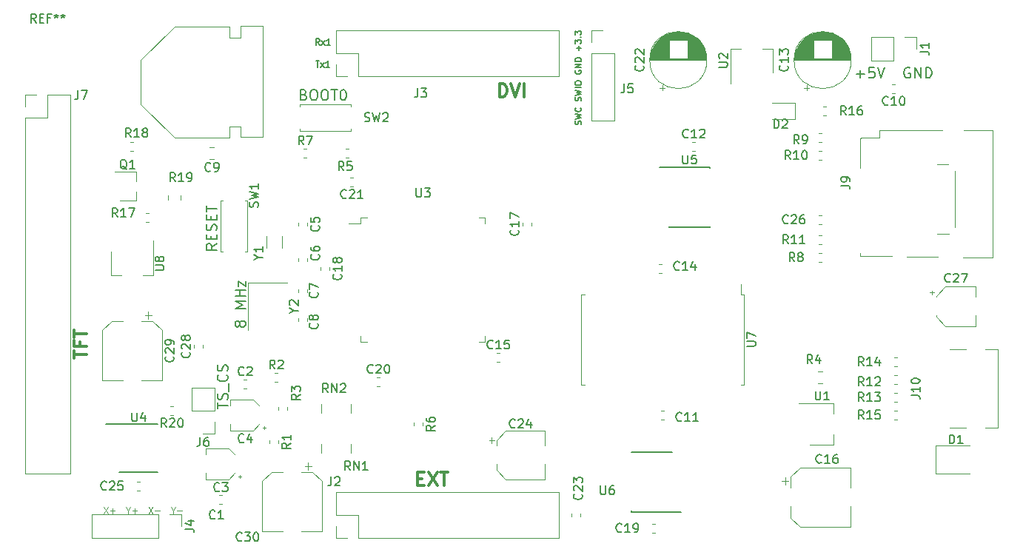
<source format=gbr>
%TF.GenerationSoftware,KiCad,Pcbnew,5.1.5-br-unknown-alt1.rc1*%
%TF.CreationDate,2025-11-25T07:27:36+07:00*%
%TF.ProjectId,ch32v307_100,63683332-7633-4303-975f-3130302e6b69,rev?*%
%TF.SameCoordinates,PX21e9a40PY1d11680*%
%TF.FileFunction,Legend,Top*%
%TF.FilePolarity,Positive*%
%FSLAX46Y46*%
G04 Gerber Fmt 4.6, Leading zero omitted, Abs format (unit mm)*
G04 Created by KiCad (PCBNEW 5.1.5-br-unknown-alt1.rc1) date 2025-11-25 07:27:36*
%MOMM*%
%LPD*%
G01*
G04 APERTURE LIST*
%ADD10C,0.150000*%
%ADD11C,0.100000*%
%ADD12C,0.200000*%
%ADD13C,0.300000*%
%ADD14C,0.120000*%
G04 APERTURE END LIST*
D10*
X34652000Y-2348666D02*
X34418666Y-2015333D01*
X34252000Y-2348666D02*
X34252000Y-1648666D01*
X34518666Y-1648666D01*
X34585333Y-1682000D01*
X34618666Y-1715333D01*
X34652000Y-1782000D01*
X34652000Y-1882000D01*
X34618666Y-1948666D01*
X34585333Y-1982000D01*
X34518666Y-2015333D01*
X34252000Y-2015333D01*
X34885333Y-2348666D02*
X35252000Y-1882000D01*
X34885333Y-1882000D02*
X35252000Y-2348666D01*
X35885333Y-2348666D02*
X35485333Y-2348666D01*
X35685333Y-2348666D02*
X35685333Y-1648666D01*
X35618666Y-1748666D01*
X35552000Y-1815333D01*
X35485333Y-1848666D01*
X34235333Y-4188666D02*
X34635333Y-4188666D01*
X34435333Y-4888666D02*
X34435333Y-4188666D01*
X34802000Y-4888666D02*
X35168666Y-4422000D01*
X34802000Y-4422000D02*
X35168666Y-4888666D01*
X35802000Y-4888666D02*
X35402000Y-4888666D01*
X35602000Y-4888666D02*
X35602000Y-4188666D01*
X35535333Y-4288666D01*
X35468666Y-4355333D01*
X35402000Y-4388666D01*
D11*
X9978000Y-55242666D02*
X10444666Y-55942666D01*
X10444666Y-55242666D02*
X9978000Y-55942666D01*
X10711333Y-55676000D02*
X11244666Y-55676000D01*
X10978000Y-55942666D02*
X10978000Y-55409333D01*
X12778000Y-55609333D02*
X12778000Y-55942666D01*
X12544666Y-55242666D02*
X12778000Y-55609333D01*
X13011333Y-55242666D01*
X13244666Y-55676000D02*
X13778000Y-55676000D01*
X13511333Y-55942666D02*
X13511333Y-55409333D01*
X15111333Y-55242666D02*
X15578000Y-55942666D01*
X15578000Y-55242666D02*
X15111333Y-55942666D01*
X15844666Y-55676000D02*
X16378000Y-55676000D01*
X17911333Y-55609333D02*
X17911333Y-55942666D01*
X17678000Y-55242666D02*
X17911333Y-55609333D01*
X18144666Y-55242666D01*
X18378000Y-55676000D02*
X18911333Y-55676000D01*
D12*
X96044285Y-5673714D02*
X96958571Y-5673714D01*
X96501428Y-6130857D02*
X96501428Y-5216571D01*
X98101428Y-4930857D02*
X97530000Y-4930857D01*
X97472857Y-5502285D01*
X97530000Y-5445142D01*
X97644285Y-5388000D01*
X97930000Y-5388000D01*
X98044285Y-5445142D01*
X98101428Y-5502285D01*
X98158571Y-5616571D01*
X98158571Y-5902285D01*
X98101428Y-6016571D01*
X98044285Y-6073714D01*
X97930000Y-6130857D01*
X97644285Y-6130857D01*
X97530000Y-6073714D01*
X97472857Y-6016571D01*
X98501428Y-4930857D02*
X98901428Y-6130857D01*
X99301428Y-4930857D01*
X102158571Y-4988000D02*
X102044285Y-4930857D01*
X101872857Y-4930857D01*
X101701428Y-4988000D01*
X101587142Y-5102285D01*
X101530000Y-5216571D01*
X101472857Y-5445142D01*
X101472857Y-5616571D01*
X101530000Y-5845142D01*
X101587142Y-5959428D01*
X101701428Y-6073714D01*
X101872857Y-6130857D01*
X101987142Y-6130857D01*
X102158571Y-6073714D01*
X102215714Y-6016571D01*
X102215714Y-5616571D01*
X101987142Y-5616571D01*
X102730000Y-6130857D02*
X102730000Y-4930857D01*
X103415714Y-6130857D01*
X103415714Y-4930857D01*
X103987142Y-6130857D02*
X103987142Y-4930857D01*
X104272857Y-4930857D01*
X104444285Y-4988000D01*
X104558571Y-5102285D01*
X104615714Y-5216571D01*
X104672857Y-5445142D01*
X104672857Y-5616571D01*
X104615714Y-5845142D01*
X104558571Y-5959428D01*
X104444285Y-6073714D01*
X104272857Y-6130857D01*
X103987142Y-6130857D01*
X22964857Y-43944857D02*
X22964857Y-43259142D01*
X24164857Y-43602000D02*
X22964857Y-43602000D01*
X24107714Y-42916285D02*
X24164857Y-42744857D01*
X24164857Y-42459142D01*
X24107714Y-42344857D01*
X24050571Y-42287714D01*
X23936285Y-42230571D01*
X23822000Y-42230571D01*
X23707714Y-42287714D01*
X23650571Y-42344857D01*
X23593428Y-42459142D01*
X23536285Y-42687714D01*
X23479142Y-42802000D01*
X23422000Y-42859142D01*
X23307714Y-42916285D01*
X23193428Y-42916285D01*
X23079142Y-42859142D01*
X23022000Y-42802000D01*
X22964857Y-42687714D01*
X22964857Y-42402000D01*
X23022000Y-42230571D01*
X24279142Y-42002000D02*
X24279142Y-41087714D01*
X24050571Y-40116285D02*
X24107714Y-40173428D01*
X24164857Y-40344857D01*
X24164857Y-40459142D01*
X24107714Y-40630571D01*
X23993428Y-40744857D01*
X23879142Y-40802000D01*
X23650571Y-40859142D01*
X23479142Y-40859142D01*
X23250571Y-40802000D01*
X23136285Y-40744857D01*
X23022000Y-40630571D01*
X22964857Y-40459142D01*
X22964857Y-40344857D01*
X23022000Y-40173428D01*
X23079142Y-40116285D01*
X24107714Y-39659142D02*
X24164857Y-39487714D01*
X24164857Y-39202000D01*
X24107714Y-39087714D01*
X24050571Y-39030571D01*
X23936285Y-38973428D01*
X23822000Y-38973428D01*
X23707714Y-39030571D01*
X23650571Y-39087714D01*
X23593428Y-39202000D01*
X23536285Y-39430571D01*
X23479142Y-39544857D01*
X23422000Y-39602000D01*
X23307714Y-39659142D01*
X23193428Y-39659142D01*
X23079142Y-39602000D01*
X23022000Y-39544857D01*
X22964857Y-39430571D01*
X22964857Y-39144857D01*
X23022000Y-38973428D01*
D13*
X6544571Y-38218857D02*
X6544571Y-37361714D01*
X8044571Y-37790285D02*
X6544571Y-37790285D01*
X7258857Y-36361714D02*
X7258857Y-36861714D01*
X8044571Y-36861714D02*
X6544571Y-36861714D01*
X6544571Y-36147428D01*
X6544571Y-35790285D02*
X6544571Y-34933142D01*
X8044571Y-35361714D02*
X6544571Y-35361714D01*
X45890857Y-51962857D02*
X46390857Y-51962857D01*
X46605142Y-52748571D02*
X45890857Y-52748571D01*
X45890857Y-51248571D01*
X46605142Y-51248571D01*
X47105142Y-51248571D02*
X48105142Y-52748571D01*
X48105142Y-51248571D02*
X47105142Y-52748571D01*
X48462285Y-51248571D02*
X49319428Y-51248571D01*
X48890857Y-52748571D02*
X48890857Y-51248571D01*
X55249142Y-8298571D02*
X55249142Y-6798571D01*
X55606285Y-6798571D01*
X55820571Y-6870000D01*
X55963428Y-7012857D01*
X56034857Y-7155714D01*
X56106285Y-7441428D01*
X56106285Y-7655714D01*
X56034857Y-7941428D01*
X55963428Y-8084285D01*
X55820571Y-8227142D01*
X55606285Y-8298571D01*
X55249142Y-8298571D01*
X56534857Y-6798571D02*
X57034857Y-8298571D01*
X57534857Y-6798571D01*
X58034857Y-8298571D02*
X58034857Y-6798571D01*
D12*
X25511142Y-34375428D02*
X25454000Y-34489714D01*
X25396857Y-34546857D01*
X25282571Y-34604000D01*
X25225428Y-34604000D01*
X25111142Y-34546857D01*
X25054000Y-34489714D01*
X24996857Y-34375428D01*
X24996857Y-34146857D01*
X25054000Y-34032571D01*
X25111142Y-33975428D01*
X25225428Y-33918285D01*
X25282571Y-33918285D01*
X25396857Y-33975428D01*
X25454000Y-34032571D01*
X25511142Y-34146857D01*
X25511142Y-34375428D01*
X25568285Y-34489714D01*
X25625428Y-34546857D01*
X25739714Y-34604000D01*
X25968285Y-34604000D01*
X26082571Y-34546857D01*
X26139714Y-34489714D01*
X26196857Y-34375428D01*
X26196857Y-34146857D01*
X26139714Y-34032571D01*
X26082571Y-33975428D01*
X25968285Y-33918285D01*
X25739714Y-33918285D01*
X25625428Y-33975428D01*
X25568285Y-34032571D01*
X25511142Y-34146857D01*
X26196857Y-32489714D02*
X24996857Y-32489714D01*
X25854000Y-32089714D01*
X24996857Y-31689714D01*
X26196857Y-31689714D01*
X26196857Y-31118285D02*
X24996857Y-31118285D01*
X25568285Y-31118285D02*
X25568285Y-30432571D01*
X26196857Y-30432571D02*
X24996857Y-30432571D01*
X25396857Y-29975428D02*
X25396857Y-29346857D01*
X26196857Y-29975428D01*
X26196857Y-29346857D01*
X32852000Y-8042285D02*
X33023428Y-8099428D01*
X33080571Y-8156571D01*
X33137714Y-8270857D01*
X33137714Y-8442285D01*
X33080571Y-8556571D01*
X33023428Y-8613714D01*
X32909142Y-8670857D01*
X32452000Y-8670857D01*
X32452000Y-7470857D01*
X32852000Y-7470857D01*
X32966285Y-7528000D01*
X33023428Y-7585142D01*
X33080571Y-7699428D01*
X33080571Y-7813714D01*
X33023428Y-7928000D01*
X32966285Y-7985142D01*
X32852000Y-8042285D01*
X32452000Y-8042285D01*
X33880571Y-7470857D02*
X34109142Y-7470857D01*
X34223428Y-7528000D01*
X34337714Y-7642285D01*
X34394857Y-7870857D01*
X34394857Y-8270857D01*
X34337714Y-8499428D01*
X34223428Y-8613714D01*
X34109142Y-8670857D01*
X33880571Y-8670857D01*
X33766285Y-8613714D01*
X33652000Y-8499428D01*
X33594857Y-8270857D01*
X33594857Y-7870857D01*
X33652000Y-7642285D01*
X33766285Y-7528000D01*
X33880571Y-7470857D01*
X35137714Y-7470857D02*
X35366285Y-7470857D01*
X35480571Y-7528000D01*
X35594857Y-7642285D01*
X35652000Y-7870857D01*
X35652000Y-8270857D01*
X35594857Y-8499428D01*
X35480571Y-8613714D01*
X35366285Y-8670857D01*
X35137714Y-8670857D01*
X35023428Y-8613714D01*
X34909142Y-8499428D01*
X34852000Y-8270857D01*
X34852000Y-7870857D01*
X34909142Y-7642285D01*
X35023428Y-7528000D01*
X35137714Y-7470857D01*
X35994857Y-7470857D02*
X36680571Y-7470857D01*
X36337714Y-8670857D02*
X36337714Y-7470857D01*
X37309142Y-7470857D02*
X37423428Y-7470857D01*
X37537714Y-7528000D01*
X37594857Y-7585142D01*
X37652000Y-7699428D01*
X37709142Y-7928000D01*
X37709142Y-8213714D01*
X37652000Y-8442285D01*
X37594857Y-8556571D01*
X37537714Y-8613714D01*
X37423428Y-8670857D01*
X37309142Y-8670857D01*
X37194857Y-8613714D01*
X37137714Y-8556571D01*
X37080571Y-8442285D01*
X37023428Y-8213714D01*
X37023428Y-7928000D01*
X37080571Y-7699428D01*
X37137714Y-7585142D01*
X37194857Y-7528000D01*
X37309142Y-7470857D01*
X22894857Y-25110857D02*
X22323428Y-25510857D01*
X22894857Y-25796571D02*
X21694857Y-25796571D01*
X21694857Y-25339428D01*
X21752000Y-25225142D01*
X21809142Y-25168000D01*
X21923428Y-25110857D01*
X22094857Y-25110857D01*
X22209142Y-25168000D01*
X22266285Y-25225142D01*
X22323428Y-25339428D01*
X22323428Y-25796571D01*
X22266285Y-24596571D02*
X22266285Y-24196571D01*
X22894857Y-24025142D02*
X22894857Y-24596571D01*
X21694857Y-24596571D01*
X21694857Y-24025142D01*
X22837714Y-23568000D02*
X22894857Y-23396571D01*
X22894857Y-23110857D01*
X22837714Y-22996571D01*
X22780571Y-22939428D01*
X22666285Y-22882285D01*
X22552000Y-22882285D01*
X22437714Y-22939428D01*
X22380571Y-22996571D01*
X22323428Y-23110857D01*
X22266285Y-23339428D01*
X22209142Y-23453714D01*
X22152000Y-23510857D01*
X22037714Y-23568000D01*
X21923428Y-23568000D01*
X21809142Y-23510857D01*
X21752000Y-23453714D01*
X21694857Y-23339428D01*
X21694857Y-23053714D01*
X21752000Y-22882285D01*
X22266285Y-22368000D02*
X22266285Y-21968000D01*
X22894857Y-21796571D02*
X22894857Y-22368000D01*
X21694857Y-22368000D01*
X21694857Y-21796571D01*
X21694857Y-21453714D02*
X21694857Y-20768000D01*
X22894857Y-21110857D02*
X21694857Y-21110857D01*
D10*
X64545333Y-11446000D02*
X64578666Y-11346000D01*
X64578666Y-11179333D01*
X64545333Y-11112666D01*
X64512000Y-11079333D01*
X64445333Y-11046000D01*
X64378666Y-11046000D01*
X64312000Y-11079333D01*
X64278666Y-11112666D01*
X64245333Y-11179333D01*
X64212000Y-11312666D01*
X64178666Y-11379333D01*
X64145333Y-11412666D01*
X64078666Y-11446000D01*
X64012000Y-11446000D01*
X63945333Y-11412666D01*
X63912000Y-11379333D01*
X63878666Y-11312666D01*
X63878666Y-11146000D01*
X63912000Y-11046000D01*
X63878666Y-10812666D02*
X64578666Y-10646000D01*
X64078666Y-10512666D01*
X64578666Y-10379333D01*
X63878666Y-10212666D01*
X64512000Y-9546000D02*
X64545333Y-9579333D01*
X64578666Y-9679333D01*
X64578666Y-9746000D01*
X64545333Y-9846000D01*
X64478666Y-9912666D01*
X64412000Y-9946000D01*
X64278666Y-9979333D01*
X64178666Y-9979333D01*
X64045333Y-9946000D01*
X63978666Y-9912666D01*
X63912000Y-9846000D01*
X63878666Y-9746000D01*
X63878666Y-9679333D01*
X63912000Y-9579333D01*
X63945333Y-9546000D01*
X64545333Y-8746000D02*
X64578666Y-8646000D01*
X64578666Y-8479333D01*
X64545333Y-8412666D01*
X64512000Y-8379333D01*
X64445333Y-8346000D01*
X64378666Y-8346000D01*
X64312000Y-8379333D01*
X64278666Y-8412666D01*
X64245333Y-8479333D01*
X64212000Y-8612666D01*
X64178666Y-8679333D01*
X64145333Y-8712666D01*
X64078666Y-8746000D01*
X64012000Y-8746000D01*
X63945333Y-8712666D01*
X63912000Y-8679333D01*
X63878666Y-8612666D01*
X63878666Y-8446000D01*
X63912000Y-8346000D01*
X63878666Y-8112666D02*
X64578666Y-7946000D01*
X64078666Y-7812666D01*
X64578666Y-7679333D01*
X63878666Y-7512666D01*
X64578666Y-7246000D02*
X63878666Y-7246000D01*
X63878666Y-6779333D02*
X63878666Y-6646000D01*
X63912000Y-6579333D01*
X63978666Y-6512666D01*
X64112000Y-6479333D01*
X64345333Y-6479333D01*
X64478666Y-6512666D01*
X64545333Y-6579333D01*
X64578666Y-6646000D01*
X64578666Y-6779333D01*
X64545333Y-6846000D01*
X64478666Y-6912666D01*
X64345333Y-6946000D01*
X64112000Y-6946000D01*
X63978666Y-6912666D01*
X63912000Y-6846000D01*
X63878666Y-6779333D01*
X63912000Y-5279333D02*
X63878666Y-5346000D01*
X63878666Y-5446000D01*
X63912000Y-5546000D01*
X63978666Y-5612666D01*
X64045333Y-5646000D01*
X64178666Y-5679333D01*
X64278666Y-5679333D01*
X64412000Y-5646000D01*
X64478666Y-5612666D01*
X64545333Y-5546000D01*
X64578666Y-5446000D01*
X64578666Y-5379333D01*
X64545333Y-5279333D01*
X64512000Y-5246000D01*
X64278666Y-5246000D01*
X64278666Y-5379333D01*
X64578666Y-4946000D02*
X63878666Y-4946000D01*
X64578666Y-4546000D01*
X63878666Y-4546000D01*
X64578666Y-4212666D02*
X63878666Y-4212666D01*
X63878666Y-4046000D01*
X63912000Y-3946000D01*
X63978666Y-3879333D01*
X64045333Y-3846000D01*
X64178666Y-3812666D01*
X64278666Y-3812666D01*
X64412000Y-3846000D01*
X64478666Y-3879333D01*
X64545333Y-3946000D01*
X64578666Y-4046000D01*
X64578666Y-4212666D01*
X64312000Y-2979333D02*
X64312000Y-2446000D01*
X64578666Y-2712666D02*
X64045333Y-2712666D01*
X63878666Y-2179333D02*
X63878666Y-1746000D01*
X64145333Y-1979333D01*
X64145333Y-1879333D01*
X64178666Y-1812666D01*
X64212000Y-1779333D01*
X64278666Y-1746000D01*
X64445333Y-1746000D01*
X64512000Y-1779333D01*
X64545333Y-1812666D01*
X64578666Y-1879333D01*
X64578666Y-2079333D01*
X64545333Y-2146000D01*
X64512000Y-2179333D01*
X64512000Y-1446000D02*
X64545333Y-1412666D01*
X64578666Y-1446000D01*
X64545333Y-1479333D01*
X64512000Y-1446000D01*
X64578666Y-1446000D01*
X63878666Y-1179333D02*
X63878666Y-746000D01*
X64145333Y-979333D01*
X64145333Y-879333D01*
X64178666Y-812666D01*
X64212000Y-779333D01*
X64278666Y-746000D01*
X64445333Y-746000D01*
X64512000Y-779333D01*
X64545333Y-812666D01*
X64578666Y-879333D01*
X64578666Y-1079333D01*
X64545333Y-1146000D01*
X64512000Y-1179333D01*
D14*
%TO.C,U3*%
X52892000Y-36320000D02*
X53592000Y-36320000D01*
X53592000Y-36320000D02*
X53592000Y-35620000D01*
X40072000Y-36320000D02*
X39372000Y-36320000D01*
X39372000Y-36320000D02*
X39372000Y-35620000D01*
X52892000Y-22100000D02*
X53592000Y-22100000D01*
X53592000Y-22100000D02*
X53592000Y-22800000D01*
X40072000Y-22100000D02*
X39372000Y-22100000D01*
X39372000Y-22100000D02*
X39372000Y-22800000D01*
X39372000Y-22800000D02*
X38007000Y-22800000D01*
%TO.C,U7*%
X64599000Y-36068000D02*
X64599000Y-41258000D01*
X64599000Y-41258000D02*
X64979000Y-41258000D01*
X64599000Y-36068000D02*
X64599000Y-30878000D01*
X64599000Y-30878000D02*
X64979000Y-30878000D01*
X83229000Y-36068000D02*
X83229000Y-41258000D01*
X83229000Y-41258000D02*
X82849000Y-41258000D01*
X83229000Y-36068000D02*
X83229000Y-30878000D01*
X83229000Y-30878000D02*
X82849000Y-30878000D01*
X82849000Y-30878000D02*
X82849000Y-29718000D01*
D10*
%TO.C,U4*%
X10195000Y-45714000D02*
X16170000Y-45714000D01*
X11770000Y-51239000D02*
X16170000Y-51239000D01*
D14*
%TO.C,R2*%
X29555221Y-40896000D02*
X29880779Y-40896000D01*
X29555221Y-39876000D02*
X29880779Y-39876000D01*
%TO.C,C2*%
X25999221Y-41658000D02*
X26324779Y-41658000D01*
X25999221Y-40638000D02*
X26324779Y-40638000D01*
%TO.C,J6*%
X22666000Y-41596000D02*
X20006000Y-41596000D01*
X22666000Y-44196000D02*
X22666000Y-41596000D01*
X20006000Y-44196000D02*
X20006000Y-41596000D01*
X22666000Y-44196000D02*
X20006000Y-44196000D01*
X22666000Y-45466000D02*
X22666000Y-46796000D01*
X22666000Y-46796000D02*
X21336000Y-46796000D01*
%TO.C,C8*%
X33276000Y-33944779D02*
X33276000Y-33619221D01*
X32256000Y-33944779D02*
X32256000Y-33619221D01*
%TO.C,RN1*%
X38256000Y-49014000D02*
X38256000Y-48014000D01*
X34896000Y-49014000D02*
X34896000Y-48014000D01*
%TO.C,BT1*%
X25641300Y-11671300D02*
X25641300Y-12890500D01*
X24384000Y-11671300D02*
X25641300Y-11671300D01*
X24384000Y-12954000D02*
X24384000Y-11671300D01*
X18059400Y-12979400D02*
X24384000Y-12954000D01*
X14236700Y-9169400D02*
X18059400Y-12979400D01*
X14224000Y-4089400D02*
X14236700Y-9169400D01*
X18059400Y-241300D02*
X14224000Y-4089400D01*
X24384000Y-254000D02*
X18059400Y-241300D01*
X24384000Y-1498600D02*
X24384000Y-254000D01*
X25641300Y-1498600D02*
X24384000Y-1498600D01*
X25641300Y-215900D02*
X25641300Y-1498600D01*
X28181300Y-203200D02*
X25641300Y-215900D01*
X28181300Y-12915900D02*
X28181300Y-203200D01*
X25628600Y-12915900D02*
X28181300Y-12915900D01*
%TO.C,C1*%
X23205221Y-54866000D02*
X23530779Y-54866000D01*
X23205221Y-53846000D02*
X23530779Y-53846000D01*
%TO.C,C3*%
X21608000Y-48532000D02*
X21608000Y-49232000D01*
X21608000Y-52052000D02*
X21608000Y-51352000D01*
X24238563Y-52052000D02*
X21608000Y-52052000D01*
X24238563Y-48532000D02*
X21608000Y-48532000D01*
X24938563Y-51352000D02*
X24238563Y-52052000D01*
X24938563Y-49232000D02*
X24238563Y-48532000D01*
X25743000Y-51727000D02*
X25368000Y-51727000D01*
X25555500Y-51914500D02*
X25555500Y-51539500D01*
%TO.C,C4*%
X28349500Y-46326500D02*
X28349500Y-45951500D01*
X28537000Y-46139000D02*
X28162000Y-46139000D01*
X27732563Y-43644000D02*
X27032563Y-42944000D01*
X27732563Y-45764000D02*
X27032563Y-46464000D01*
X27032563Y-42944000D02*
X24402000Y-42944000D01*
X27032563Y-46464000D02*
X24402000Y-46464000D01*
X24402000Y-46464000D02*
X24402000Y-45764000D01*
X24402000Y-42944000D02*
X24402000Y-43644000D01*
%TO.C,C5*%
X32256000Y-22697221D02*
X32256000Y-23022779D01*
X33276000Y-22697221D02*
X33276000Y-23022779D01*
%TO.C,C6*%
X33276000Y-26761221D02*
X33276000Y-27086779D01*
X32256000Y-26761221D02*
X32256000Y-27086779D01*
%TO.C,C7*%
X32256000Y-30642779D02*
X32256000Y-30317221D01*
X33276000Y-30642779D02*
X33276000Y-30317221D01*
%TO.C,C9*%
X22610578Y-15442000D02*
X22093422Y-15442000D01*
X22610578Y-14022000D02*
X22093422Y-14022000D01*
%TO.C,C10*%
X100492779Y-6856000D02*
X100167221Y-6856000D01*
X100492779Y-7876000D02*
X100167221Y-7876000D01*
%TO.C,C11*%
X74076779Y-45214000D02*
X73751221Y-45214000D01*
X74076779Y-44194000D02*
X73751221Y-44194000D01*
%TO.C,C12*%
X77307221Y-14480000D02*
X77632779Y-14480000D01*
X77307221Y-13460000D02*
X77632779Y-13460000D01*
%TO.C,C14*%
X73497221Y-27430000D02*
X73822779Y-27430000D01*
X73497221Y-28450000D02*
X73822779Y-28450000D01*
%TO.C,C15*%
X54955221Y-37590000D02*
X55280779Y-37590000D01*
X54955221Y-38610000D02*
X55280779Y-38610000D01*
%TO.C,C17*%
X58930000Y-23022779D02*
X58930000Y-22697221D01*
X57910000Y-23022779D02*
X57910000Y-22697221D01*
%TO.C,C18*%
X35816000Y-27777221D02*
X35816000Y-28102779D01*
X34796000Y-27777221D02*
X34796000Y-28102779D01*
%TO.C,C19*%
X73060779Y-57148000D02*
X72735221Y-57148000D01*
X73060779Y-58168000D02*
X72735221Y-58168000D01*
%TO.C,C20*%
X41239221Y-40384000D02*
X41564779Y-40384000D01*
X41239221Y-41404000D02*
X41564779Y-41404000D01*
%TO.C,C21*%
X38516779Y-18544000D02*
X38191221Y-18544000D01*
X38516779Y-17524000D02*
X38191221Y-17524000D01*
%TO.C,C22*%
X73538000Y-7269241D02*
X74168000Y-7269241D01*
X73853000Y-7584241D02*
X73853000Y-6954241D01*
X75290000Y-843000D02*
X76094000Y-843000D01*
X75059000Y-883000D02*
X76325000Y-883000D01*
X74890000Y-923000D02*
X76494000Y-923000D01*
X74752000Y-963000D02*
X76632000Y-963000D01*
X74633000Y-1003000D02*
X76751000Y-1003000D01*
X74527000Y-1043000D02*
X76857000Y-1043000D01*
X74430000Y-1083000D02*
X76954000Y-1083000D01*
X74342000Y-1123000D02*
X77042000Y-1123000D01*
X74260000Y-1163000D02*
X77124000Y-1163000D01*
X74183000Y-1203000D02*
X77201000Y-1203000D01*
X74111000Y-1243000D02*
X77273000Y-1243000D01*
X74042000Y-1283000D02*
X77342000Y-1283000D01*
X73978000Y-1323000D02*
X77406000Y-1323000D01*
X73916000Y-1363000D02*
X77468000Y-1363000D01*
X73858000Y-1403000D02*
X77526000Y-1403000D01*
X73802000Y-1443000D02*
X77582000Y-1443000D01*
X73748000Y-1483000D02*
X77636000Y-1483000D01*
X73697000Y-1523000D02*
X77687000Y-1523000D01*
X73648000Y-1563000D02*
X77736000Y-1563000D01*
X73600000Y-1603000D02*
X77784000Y-1603000D01*
X73555000Y-1643000D02*
X77829000Y-1643000D01*
X73510000Y-1683000D02*
X77874000Y-1683000D01*
X73468000Y-1723000D02*
X77916000Y-1723000D01*
X73427000Y-1763000D02*
X77957000Y-1763000D01*
X76732000Y-1803000D02*
X77997000Y-1803000D01*
X73387000Y-1803000D02*
X74652000Y-1803000D01*
X76732000Y-1843000D02*
X78035000Y-1843000D01*
X73349000Y-1843000D02*
X74652000Y-1843000D01*
X76732000Y-1883000D02*
X78072000Y-1883000D01*
X73312000Y-1883000D02*
X74652000Y-1883000D01*
X76732000Y-1923000D02*
X78108000Y-1923000D01*
X73276000Y-1923000D02*
X74652000Y-1923000D01*
X76732000Y-1963000D02*
X78142000Y-1963000D01*
X73242000Y-1963000D02*
X74652000Y-1963000D01*
X76732000Y-2003000D02*
X78176000Y-2003000D01*
X73208000Y-2003000D02*
X74652000Y-2003000D01*
X76732000Y-2043000D02*
X78208000Y-2043000D01*
X73176000Y-2043000D02*
X74652000Y-2043000D01*
X76732000Y-2083000D02*
X78240000Y-2083000D01*
X73144000Y-2083000D02*
X74652000Y-2083000D01*
X76732000Y-2123000D02*
X78270000Y-2123000D01*
X73114000Y-2123000D02*
X74652000Y-2123000D01*
X76732000Y-2163000D02*
X78299000Y-2163000D01*
X73085000Y-2163000D02*
X74652000Y-2163000D01*
X76732000Y-2203000D02*
X78328000Y-2203000D01*
X73056000Y-2203000D02*
X74652000Y-2203000D01*
X76732000Y-2243000D02*
X78356000Y-2243000D01*
X73028000Y-2243000D02*
X74652000Y-2243000D01*
X76732000Y-2283000D02*
X78382000Y-2283000D01*
X73002000Y-2283000D02*
X74652000Y-2283000D01*
X76732000Y-2323000D02*
X78408000Y-2323000D01*
X72976000Y-2323000D02*
X74652000Y-2323000D01*
X76732000Y-2363000D02*
X78434000Y-2363000D01*
X72950000Y-2363000D02*
X74652000Y-2363000D01*
X76732000Y-2403000D02*
X78458000Y-2403000D01*
X72926000Y-2403000D02*
X74652000Y-2403000D01*
X76732000Y-2443000D02*
X78482000Y-2443000D01*
X72902000Y-2443000D02*
X74652000Y-2443000D01*
X76732000Y-2483000D02*
X78504000Y-2483000D01*
X72880000Y-2483000D02*
X74652000Y-2483000D01*
X76732000Y-2523000D02*
X78526000Y-2523000D01*
X72858000Y-2523000D02*
X74652000Y-2523000D01*
X76732000Y-2563000D02*
X78548000Y-2563000D01*
X72836000Y-2563000D02*
X74652000Y-2563000D01*
X76732000Y-2603000D02*
X78568000Y-2603000D01*
X72816000Y-2603000D02*
X74652000Y-2603000D01*
X76732000Y-2643000D02*
X78588000Y-2643000D01*
X72796000Y-2643000D02*
X74652000Y-2643000D01*
X76732000Y-2683000D02*
X78608000Y-2683000D01*
X72776000Y-2683000D02*
X74652000Y-2683000D01*
X76732000Y-2723000D02*
X78626000Y-2723000D01*
X72758000Y-2723000D02*
X74652000Y-2723000D01*
X76732000Y-2763000D02*
X78644000Y-2763000D01*
X72740000Y-2763000D02*
X74652000Y-2763000D01*
X76732000Y-2803000D02*
X78662000Y-2803000D01*
X72722000Y-2803000D02*
X74652000Y-2803000D01*
X76732000Y-2843000D02*
X78678000Y-2843000D01*
X72706000Y-2843000D02*
X74652000Y-2843000D01*
X76732000Y-2883000D02*
X78694000Y-2883000D01*
X72690000Y-2883000D02*
X74652000Y-2883000D01*
X76732000Y-2923000D02*
X78710000Y-2923000D01*
X72674000Y-2923000D02*
X74652000Y-2923000D01*
X76732000Y-2963000D02*
X78725000Y-2963000D01*
X72659000Y-2963000D02*
X74652000Y-2963000D01*
X76732000Y-3003000D02*
X78739000Y-3003000D01*
X72645000Y-3003000D02*
X74652000Y-3003000D01*
X76732000Y-3043000D02*
X78753000Y-3043000D01*
X72631000Y-3043000D02*
X74652000Y-3043000D01*
X76732000Y-3083000D02*
X78766000Y-3083000D01*
X72618000Y-3083000D02*
X74652000Y-3083000D01*
X76732000Y-3123000D02*
X78778000Y-3123000D01*
X72606000Y-3123000D02*
X74652000Y-3123000D01*
X76732000Y-3163000D02*
X78790000Y-3163000D01*
X72594000Y-3163000D02*
X74652000Y-3163000D01*
X76732000Y-3203000D02*
X78802000Y-3203000D01*
X72582000Y-3203000D02*
X74652000Y-3203000D01*
X76732000Y-3243000D02*
X78813000Y-3243000D01*
X72571000Y-3243000D02*
X74652000Y-3243000D01*
X76732000Y-3283000D02*
X78823000Y-3283000D01*
X72561000Y-3283000D02*
X74652000Y-3283000D01*
X76732000Y-3323000D02*
X78833000Y-3323000D01*
X72551000Y-3323000D02*
X74652000Y-3323000D01*
X76732000Y-3363000D02*
X78842000Y-3363000D01*
X72542000Y-3363000D02*
X74652000Y-3363000D01*
X76732000Y-3404000D02*
X78851000Y-3404000D01*
X72533000Y-3404000D02*
X74652000Y-3404000D01*
X76732000Y-3444000D02*
X78859000Y-3444000D01*
X72525000Y-3444000D02*
X74652000Y-3444000D01*
X76732000Y-3484000D02*
X78867000Y-3484000D01*
X72517000Y-3484000D02*
X74652000Y-3484000D01*
X76732000Y-3524000D02*
X78874000Y-3524000D01*
X72510000Y-3524000D02*
X74652000Y-3524000D01*
X76732000Y-3564000D02*
X78881000Y-3564000D01*
X72503000Y-3564000D02*
X74652000Y-3564000D01*
X76732000Y-3604000D02*
X78887000Y-3604000D01*
X72497000Y-3604000D02*
X74652000Y-3604000D01*
X76732000Y-3644000D02*
X78893000Y-3644000D01*
X72491000Y-3644000D02*
X74652000Y-3644000D01*
X76732000Y-3684000D02*
X78898000Y-3684000D01*
X72486000Y-3684000D02*
X74652000Y-3684000D01*
X76732000Y-3724000D02*
X78903000Y-3724000D01*
X72481000Y-3724000D02*
X74652000Y-3724000D01*
X76732000Y-3764000D02*
X78907000Y-3764000D01*
X72477000Y-3764000D02*
X74652000Y-3764000D01*
X76732000Y-3804000D02*
X78910000Y-3804000D01*
X72474000Y-3804000D02*
X74652000Y-3804000D01*
X76732000Y-3844000D02*
X78914000Y-3844000D01*
X72470000Y-3844000D02*
X74652000Y-3844000D01*
X72468000Y-3884000D02*
X78916000Y-3884000D01*
X72465000Y-3924000D02*
X78919000Y-3924000D01*
X72464000Y-3964000D02*
X78920000Y-3964000D01*
X72462000Y-4004000D02*
X78922000Y-4004000D01*
X72462000Y-4044000D02*
X78922000Y-4044000D01*
X72462000Y-4084000D02*
X78922000Y-4084000D01*
X78962000Y-4084000D02*
G75*
G03*
X78962000Y-4084000I-3270000J0D01*
G01*
%TO.C,C23*%
X63498000Y-55971221D02*
X63498000Y-56296779D01*
X64518000Y-55971221D02*
X64518000Y-56296779D01*
%TO.C,C25*%
X13807221Y-53342000D02*
X14132779Y-53342000D01*
X13807221Y-52322000D02*
X14132779Y-52322000D01*
%TO.C,C26*%
X92085279Y-22862000D02*
X91759721Y-22862000D01*
X92085279Y-21842000D02*
X91759721Y-21842000D01*
%TO.C,D1*%
X109042000Y-48199000D02*
X105157000Y-48199000D01*
X105157000Y-48199000D02*
X105157000Y-51369000D01*
X105157000Y-51369000D02*
X109042000Y-51369000D01*
%TO.C,D2*%
X86376000Y-10866000D02*
X89061000Y-10866000D01*
X89061000Y-10866000D02*
X89061000Y-8946000D01*
X89061000Y-8946000D02*
X86376000Y-8946000D01*
%TO.C,J1*%
X97730000Y-1464000D02*
X97730000Y-4124000D01*
X100330000Y-1464000D02*
X97730000Y-1464000D01*
X100330000Y-4124000D02*
X97730000Y-4124000D01*
X100330000Y-1464000D02*
X100330000Y-4124000D01*
X101600000Y-1464000D02*
X102930000Y-1464000D01*
X102930000Y-1464000D02*
X102930000Y-2794000D01*
%TO.C,J2*%
X62036000Y-58734000D02*
X62036000Y-53534000D01*
X39116000Y-58734000D02*
X62036000Y-58734000D01*
X36516000Y-53534000D02*
X62036000Y-53534000D01*
X39116000Y-58734000D02*
X39116000Y-56134000D01*
X39116000Y-56134000D02*
X36516000Y-56134000D01*
X36516000Y-56134000D02*
X36516000Y-53534000D01*
X37846000Y-58734000D02*
X36516000Y-58734000D01*
X36516000Y-58734000D02*
X36516000Y-57404000D01*
%TO.C,J3*%
X36516000Y-5902000D02*
X36516000Y-4572000D01*
X37846000Y-5902000D02*
X36516000Y-5902000D01*
X36516000Y-3302000D02*
X36516000Y-702000D01*
X39116000Y-3302000D02*
X36516000Y-3302000D01*
X39116000Y-5902000D02*
X39116000Y-3302000D01*
X36516000Y-702000D02*
X62036000Y-702000D01*
X39116000Y-5902000D02*
X62036000Y-5902000D01*
X62036000Y-5902000D02*
X62036000Y-702000D01*
%TO.C,J4*%
X8576000Y-56074000D02*
X8576000Y-58734000D01*
X16256000Y-56074000D02*
X8576000Y-56074000D01*
X16256000Y-58734000D02*
X8576000Y-58734000D01*
X16256000Y-56074000D02*
X16256000Y-58734000D01*
X17526000Y-56074000D02*
X18856000Y-56074000D01*
X18856000Y-56074000D02*
X18856000Y-57404000D01*
%TO.C,J5*%
X65726000Y-702000D02*
X67056000Y-702000D01*
X65726000Y-2032000D02*
X65726000Y-702000D01*
X65726000Y-3302000D02*
X68386000Y-3302000D01*
X68386000Y-3302000D02*
X68386000Y-10982000D01*
X65726000Y-3302000D02*
X65726000Y-10982000D01*
X65726000Y-10982000D02*
X68386000Y-10982000D01*
%TO.C,J7*%
X956000Y-51368000D02*
X6156000Y-51368000D01*
X956000Y-10668000D02*
X956000Y-51368000D01*
X6156000Y-8068000D02*
X6156000Y-51368000D01*
X956000Y-10668000D02*
X3556000Y-10668000D01*
X3556000Y-10668000D02*
X3556000Y-8068000D01*
X3556000Y-8068000D02*
X6156000Y-8068000D01*
X956000Y-9398000D02*
X956000Y-8068000D01*
X956000Y-8068000D02*
X2286000Y-8068000D01*
%TO.C,J9*%
X108331000Y-12104500D02*
X111620300Y-12104500D01*
X111620300Y-12104500D02*
X111633000Y-26638100D01*
X108254800Y-26663500D02*
X111633000Y-26670000D01*
X101819000Y-26609000D02*
X105422700Y-26612700D01*
X96509000Y-26543000D02*
X100119000Y-26543000D01*
X96520000Y-26543000D02*
X96520000Y-26162000D01*
X98679000Y-12139000D02*
X105892600Y-12129900D01*
X98679000Y-12139000D02*
X98679000Y-12954000D01*
X98679000Y-12954000D02*
X96647000Y-12954000D01*
X96647000Y-12954000D02*
X96520000Y-13081000D01*
X96520000Y-13081000D02*
X96520000Y-16433800D01*
X107315000Y-16738600D02*
X107315000Y-23241000D01*
X105332400Y-15976600D02*
X106577000Y-15976600D01*
X105281600Y-23977600D02*
X106627800Y-23977600D01*
%TO.C,J10*%
X112282000Y-37186000D02*
X112282000Y-46126000D01*
X106772000Y-37186000D02*
X108572000Y-37186000D01*
X112282000Y-37186000D02*
X110822000Y-37186000D01*
X112282000Y-46126000D02*
X110822000Y-46126000D01*
X106772000Y-46126000D02*
X108572000Y-46126000D01*
%TO.C,R1*%
X29974000Y-47589221D02*
X29974000Y-47914779D01*
X28954000Y-47589221D02*
X28954000Y-47914779D01*
%TO.C,R3*%
X29970000Y-44104779D02*
X29970000Y-43779221D01*
X30990000Y-44104779D02*
X30990000Y-43779221D01*
%TO.C,R4*%
X92206578Y-41096000D02*
X91689422Y-41096000D01*
X92206578Y-39676000D02*
X91689422Y-39676000D01*
%TO.C,R5*%
X37657721Y-14222000D02*
X37983279Y-14222000D01*
X37657721Y-15242000D02*
X37983279Y-15242000D01*
%TO.C,R6*%
X45464000Y-45557221D02*
X45464000Y-45882779D01*
X46484000Y-45557221D02*
X46484000Y-45882779D01*
%TO.C,R7*%
X32857221Y-14222000D02*
X33182779Y-14222000D01*
X32857221Y-15242000D02*
X33182779Y-15242000D01*
%TO.C,R8*%
X91785221Y-27180000D02*
X92110779Y-27180000D01*
X91785221Y-26160000D02*
X92110779Y-26160000D01*
%TO.C,R9*%
X92110779Y-12444000D02*
X91785221Y-12444000D01*
X92110779Y-13464000D02*
X91785221Y-13464000D01*
%TO.C,R10*%
X92110779Y-14476000D02*
X91785221Y-14476000D01*
X92110779Y-15496000D02*
X91785221Y-15496000D01*
%TO.C,R11*%
X92110779Y-25148000D02*
X91785221Y-25148000D01*
X92110779Y-24128000D02*
X91785221Y-24128000D01*
%TO.C,R12*%
X100746779Y-41150000D02*
X100421221Y-41150000D01*
X100746779Y-40130000D02*
X100421221Y-40130000D01*
%TO.C,R13*%
X100746779Y-43182000D02*
X100421221Y-43182000D01*
X100746779Y-42162000D02*
X100421221Y-42162000D01*
%TO.C,R14*%
X100421221Y-38098000D02*
X100746779Y-38098000D01*
X100421221Y-39118000D02*
X100746779Y-39118000D01*
%TO.C,R15*%
X100421221Y-45214000D02*
X100746779Y-45214000D01*
X100421221Y-44194000D02*
X100746779Y-44194000D01*
%TO.C,RN2*%
X38256000Y-43442000D02*
X38256000Y-44442000D01*
X34896000Y-43442000D02*
X34896000Y-44442000D01*
%TO.C,SW1*%
X26416000Y-20193000D02*
X26416000Y-26035000D01*
X23368000Y-20193000D02*
X23368000Y-26035000D01*
X26416000Y-26035000D02*
X26162000Y-26035000D01*
X23622000Y-26035000D02*
X23368000Y-26035000D01*
X26416000Y-20193000D02*
X26162000Y-20193000D01*
X23368000Y-20193000D02*
X23622000Y-20193000D01*
%TO.C,SW2*%
X38227000Y-9144000D02*
X38227000Y-9398000D01*
X38227000Y-12192000D02*
X38227000Y-11938000D01*
X32385000Y-9398000D02*
X32385000Y-9144000D01*
X32385000Y-12192000D02*
X32385000Y-11938000D01*
X38227000Y-9144000D02*
X32385000Y-9144000D01*
X38227000Y-12192000D02*
X32385000Y-12192000D01*
D10*
%TO.C,U5*%
X74637000Y-23187000D02*
X79287000Y-23187000D01*
X73562000Y-16362000D02*
X79287000Y-16362000D01*
X74637000Y-23187000D02*
X74637000Y-23162000D01*
X79287000Y-23187000D02*
X79287000Y-23162000D01*
X79287000Y-16362000D02*
X79287000Y-16462000D01*
%TO.C,U6*%
X70319000Y-55774000D02*
X70319000Y-55674000D01*
X70319000Y-48949000D02*
X70319000Y-48974000D01*
X74969000Y-48949000D02*
X74969000Y-48974000D01*
X76044000Y-55774000D02*
X70319000Y-55774000D01*
X74969000Y-48949000D02*
X70319000Y-48949000D01*
D14*
%TO.C,Y1*%
X30339000Y-25567000D02*
X30339000Y-24217000D01*
X28589000Y-25567000D02*
X28589000Y-24217000D01*
%TO.C,Y2*%
X30952000Y-29558000D02*
X26452000Y-29558000D01*
X26452000Y-29558000D02*
X26452000Y-34958000D01*
%TO.C,R17*%
X15148779Y-21588000D02*
X14823221Y-21588000D01*
X15148779Y-22608000D02*
X14823221Y-22608000D01*
%TO.C,R18*%
X13370779Y-14480000D02*
X13045221Y-14480000D01*
X13370779Y-13460000D02*
X13045221Y-13460000D01*
%TO.C,R19*%
X18744000Y-19553422D02*
X18744000Y-20070578D01*
X17324000Y-19553422D02*
X17324000Y-20070578D01*
%TO.C,R16*%
X92618779Y-10416000D02*
X92293221Y-10416000D01*
X92618779Y-9396000D02*
X92293221Y-9396000D01*
%TO.C,U1*%
X93474000Y-46920000D02*
X93474000Y-48120000D01*
X93474000Y-48120000D02*
X90774000Y-48120000D01*
X89474000Y-43320000D02*
X93474000Y-43320000D01*
X93474000Y-43320000D02*
X93474000Y-44520000D01*
%TO.C,U2*%
X81674000Y-2792000D02*
X82874000Y-2792000D01*
X81674000Y-6792000D02*
X81674000Y-2792000D01*
X86474000Y-2792000D02*
X86474000Y-5492000D01*
X85274000Y-2792000D02*
X86474000Y-2792000D01*
%TO.C,C28*%
X21338000Y-37018279D02*
X21338000Y-36692721D01*
X20318000Y-37018279D02*
X20318000Y-36692721D01*
%TO.C,U8*%
X15608000Y-28704000D02*
X14408000Y-28704000D01*
X15608000Y-24704000D02*
X15608000Y-28704000D01*
X10808000Y-28704000D02*
X10808000Y-26004000D01*
X12008000Y-28704000D02*
X10808000Y-28704000D01*
%TO.C,C13*%
X95472000Y-4084000D02*
G75*
G03*
X95472000Y-4084000I-3270000J0D01*
G01*
X88972000Y-4084000D02*
X95432000Y-4084000D01*
X88972000Y-4044000D02*
X95432000Y-4044000D01*
X88972000Y-4004000D02*
X95432000Y-4004000D01*
X88974000Y-3964000D02*
X95430000Y-3964000D01*
X88975000Y-3924000D02*
X95429000Y-3924000D01*
X88978000Y-3884000D02*
X95426000Y-3884000D01*
X88980000Y-3844000D02*
X91162000Y-3844000D01*
X93242000Y-3844000D02*
X95424000Y-3844000D01*
X88984000Y-3804000D02*
X91162000Y-3804000D01*
X93242000Y-3804000D02*
X95420000Y-3804000D01*
X88987000Y-3764000D02*
X91162000Y-3764000D01*
X93242000Y-3764000D02*
X95417000Y-3764000D01*
X88991000Y-3724000D02*
X91162000Y-3724000D01*
X93242000Y-3724000D02*
X95413000Y-3724000D01*
X88996000Y-3684000D02*
X91162000Y-3684000D01*
X93242000Y-3684000D02*
X95408000Y-3684000D01*
X89001000Y-3644000D02*
X91162000Y-3644000D01*
X93242000Y-3644000D02*
X95403000Y-3644000D01*
X89007000Y-3604000D02*
X91162000Y-3604000D01*
X93242000Y-3604000D02*
X95397000Y-3604000D01*
X89013000Y-3564000D02*
X91162000Y-3564000D01*
X93242000Y-3564000D02*
X95391000Y-3564000D01*
X89020000Y-3524000D02*
X91162000Y-3524000D01*
X93242000Y-3524000D02*
X95384000Y-3524000D01*
X89027000Y-3484000D02*
X91162000Y-3484000D01*
X93242000Y-3484000D02*
X95377000Y-3484000D01*
X89035000Y-3444000D02*
X91162000Y-3444000D01*
X93242000Y-3444000D02*
X95369000Y-3444000D01*
X89043000Y-3404000D02*
X91162000Y-3404000D01*
X93242000Y-3404000D02*
X95361000Y-3404000D01*
X89052000Y-3363000D02*
X91162000Y-3363000D01*
X93242000Y-3363000D02*
X95352000Y-3363000D01*
X89061000Y-3323000D02*
X91162000Y-3323000D01*
X93242000Y-3323000D02*
X95343000Y-3323000D01*
X89071000Y-3283000D02*
X91162000Y-3283000D01*
X93242000Y-3283000D02*
X95333000Y-3283000D01*
X89081000Y-3243000D02*
X91162000Y-3243000D01*
X93242000Y-3243000D02*
X95323000Y-3243000D01*
X89092000Y-3203000D02*
X91162000Y-3203000D01*
X93242000Y-3203000D02*
X95312000Y-3203000D01*
X89104000Y-3163000D02*
X91162000Y-3163000D01*
X93242000Y-3163000D02*
X95300000Y-3163000D01*
X89116000Y-3123000D02*
X91162000Y-3123000D01*
X93242000Y-3123000D02*
X95288000Y-3123000D01*
X89128000Y-3083000D02*
X91162000Y-3083000D01*
X93242000Y-3083000D02*
X95276000Y-3083000D01*
X89141000Y-3043000D02*
X91162000Y-3043000D01*
X93242000Y-3043000D02*
X95263000Y-3043000D01*
X89155000Y-3003000D02*
X91162000Y-3003000D01*
X93242000Y-3003000D02*
X95249000Y-3003000D01*
X89169000Y-2963000D02*
X91162000Y-2963000D01*
X93242000Y-2963000D02*
X95235000Y-2963000D01*
X89184000Y-2923000D02*
X91162000Y-2923000D01*
X93242000Y-2923000D02*
X95220000Y-2923000D01*
X89200000Y-2883000D02*
X91162000Y-2883000D01*
X93242000Y-2883000D02*
X95204000Y-2883000D01*
X89216000Y-2843000D02*
X91162000Y-2843000D01*
X93242000Y-2843000D02*
X95188000Y-2843000D01*
X89232000Y-2803000D02*
X91162000Y-2803000D01*
X93242000Y-2803000D02*
X95172000Y-2803000D01*
X89250000Y-2763000D02*
X91162000Y-2763000D01*
X93242000Y-2763000D02*
X95154000Y-2763000D01*
X89268000Y-2723000D02*
X91162000Y-2723000D01*
X93242000Y-2723000D02*
X95136000Y-2723000D01*
X89286000Y-2683000D02*
X91162000Y-2683000D01*
X93242000Y-2683000D02*
X95118000Y-2683000D01*
X89306000Y-2643000D02*
X91162000Y-2643000D01*
X93242000Y-2643000D02*
X95098000Y-2643000D01*
X89326000Y-2603000D02*
X91162000Y-2603000D01*
X93242000Y-2603000D02*
X95078000Y-2603000D01*
X89346000Y-2563000D02*
X91162000Y-2563000D01*
X93242000Y-2563000D02*
X95058000Y-2563000D01*
X89368000Y-2523000D02*
X91162000Y-2523000D01*
X93242000Y-2523000D02*
X95036000Y-2523000D01*
X89390000Y-2483000D02*
X91162000Y-2483000D01*
X93242000Y-2483000D02*
X95014000Y-2483000D01*
X89412000Y-2443000D02*
X91162000Y-2443000D01*
X93242000Y-2443000D02*
X94992000Y-2443000D01*
X89436000Y-2403000D02*
X91162000Y-2403000D01*
X93242000Y-2403000D02*
X94968000Y-2403000D01*
X89460000Y-2363000D02*
X91162000Y-2363000D01*
X93242000Y-2363000D02*
X94944000Y-2363000D01*
X89486000Y-2323000D02*
X91162000Y-2323000D01*
X93242000Y-2323000D02*
X94918000Y-2323000D01*
X89512000Y-2283000D02*
X91162000Y-2283000D01*
X93242000Y-2283000D02*
X94892000Y-2283000D01*
X89538000Y-2243000D02*
X91162000Y-2243000D01*
X93242000Y-2243000D02*
X94866000Y-2243000D01*
X89566000Y-2203000D02*
X91162000Y-2203000D01*
X93242000Y-2203000D02*
X94838000Y-2203000D01*
X89595000Y-2163000D02*
X91162000Y-2163000D01*
X93242000Y-2163000D02*
X94809000Y-2163000D01*
X89624000Y-2123000D02*
X91162000Y-2123000D01*
X93242000Y-2123000D02*
X94780000Y-2123000D01*
X89654000Y-2083000D02*
X91162000Y-2083000D01*
X93242000Y-2083000D02*
X94750000Y-2083000D01*
X89686000Y-2043000D02*
X91162000Y-2043000D01*
X93242000Y-2043000D02*
X94718000Y-2043000D01*
X89718000Y-2003000D02*
X91162000Y-2003000D01*
X93242000Y-2003000D02*
X94686000Y-2003000D01*
X89752000Y-1963000D02*
X91162000Y-1963000D01*
X93242000Y-1963000D02*
X94652000Y-1963000D01*
X89786000Y-1923000D02*
X91162000Y-1923000D01*
X93242000Y-1923000D02*
X94618000Y-1923000D01*
X89822000Y-1883000D02*
X91162000Y-1883000D01*
X93242000Y-1883000D02*
X94582000Y-1883000D01*
X89859000Y-1843000D02*
X91162000Y-1843000D01*
X93242000Y-1843000D02*
X94545000Y-1843000D01*
X89897000Y-1803000D02*
X91162000Y-1803000D01*
X93242000Y-1803000D02*
X94507000Y-1803000D01*
X89937000Y-1763000D02*
X94467000Y-1763000D01*
X89978000Y-1723000D02*
X94426000Y-1723000D01*
X90020000Y-1683000D02*
X94384000Y-1683000D01*
X90065000Y-1643000D02*
X94339000Y-1643000D01*
X90110000Y-1603000D02*
X94294000Y-1603000D01*
X90158000Y-1563000D02*
X94246000Y-1563000D01*
X90207000Y-1523000D02*
X94197000Y-1523000D01*
X90258000Y-1483000D02*
X94146000Y-1483000D01*
X90312000Y-1443000D02*
X94092000Y-1443000D01*
X90368000Y-1403000D02*
X94036000Y-1403000D01*
X90426000Y-1363000D02*
X93978000Y-1363000D01*
X90488000Y-1323000D02*
X93916000Y-1323000D01*
X90552000Y-1283000D02*
X93852000Y-1283000D01*
X90621000Y-1243000D02*
X93783000Y-1243000D01*
X90693000Y-1203000D02*
X93711000Y-1203000D01*
X90770000Y-1163000D02*
X93634000Y-1163000D01*
X90852000Y-1123000D02*
X93552000Y-1123000D01*
X90940000Y-1083000D02*
X93464000Y-1083000D01*
X91037000Y-1043000D02*
X93367000Y-1043000D01*
X91143000Y-1003000D02*
X93261000Y-1003000D01*
X91262000Y-963000D02*
X93142000Y-963000D01*
X91400000Y-923000D02*
X93004000Y-923000D01*
X91569000Y-883000D02*
X92835000Y-883000D01*
X91800000Y-843000D02*
X92604000Y-843000D01*
X90363000Y-7584241D02*
X90363000Y-6954241D01*
X90048000Y-7269241D02*
X90678000Y-7269241D01*
%TO.C,C16*%
X95358000Y-57512000D02*
X95358000Y-55162000D01*
X95358000Y-50692000D02*
X95358000Y-53042000D01*
X89602437Y-50692000D02*
X95358000Y-50692000D01*
X89602437Y-57512000D02*
X95358000Y-57512000D01*
X88538000Y-56447563D02*
X88538000Y-55162000D01*
X88538000Y-51756437D02*
X88538000Y-53042000D01*
X88538000Y-51756437D02*
X89602437Y-50692000D01*
X88538000Y-56447563D02*
X89602437Y-57512000D01*
X87510500Y-52254500D02*
X88298000Y-52254500D01*
X87904250Y-51860750D02*
X87904250Y-52648250D01*
%TO.C,C24*%
X60418000Y-52036000D02*
X60418000Y-50336000D01*
X60418000Y-46516000D02*
X60418000Y-48216000D01*
X55962437Y-46516000D02*
X60418000Y-46516000D01*
X55962437Y-52036000D02*
X60418000Y-52036000D01*
X54898000Y-50971563D02*
X54898000Y-50336000D01*
X54898000Y-47580437D02*
X54898000Y-48216000D01*
X54898000Y-47580437D02*
X55962437Y-46516000D01*
X54898000Y-50971563D02*
X55962437Y-52036000D01*
X54033000Y-47591000D02*
X54658000Y-47591000D01*
X54345500Y-47278500D02*
X54345500Y-47903500D01*
%TO.C,C27*%
X109702000Y-34518000D02*
X109702000Y-33318000D01*
X109702000Y-29998000D02*
X109702000Y-31198000D01*
X106246437Y-29998000D02*
X109702000Y-29998000D01*
X106246437Y-34518000D02*
X109702000Y-34518000D01*
X105182000Y-33453563D02*
X105182000Y-33318000D01*
X105182000Y-31062437D02*
X105182000Y-31198000D01*
X105182000Y-31062437D02*
X106246437Y-29998000D01*
X105182000Y-33453563D02*
X106246437Y-34518000D01*
X104442000Y-30698000D02*
X104942000Y-30698000D01*
X104692000Y-30448000D02*
X104692000Y-30948000D01*
%TO.C,C29*%
X9798000Y-40748000D02*
X12148000Y-40748000D01*
X16618000Y-40748000D02*
X14268000Y-40748000D01*
X16618000Y-34992437D02*
X16618000Y-40748000D01*
X9798000Y-34992437D02*
X9798000Y-40748000D01*
X10862437Y-33928000D02*
X12148000Y-33928000D01*
X15553563Y-33928000D02*
X14268000Y-33928000D01*
X15553563Y-33928000D02*
X16618000Y-34992437D01*
X10862437Y-33928000D02*
X9798000Y-34992437D01*
X15055500Y-32900500D02*
X15055500Y-33688000D01*
X15449250Y-33294250D02*
X14661750Y-33294250D01*
%TO.C,C30*%
X33737250Y-50566250D02*
X32949750Y-50566250D01*
X33343500Y-50172500D02*
X33343500Y-50960000D01*
X29150437Y-51200000D02*
X28086000Y-52264437D01*
X33841563Y-51200000D02*
X34906000Y-52264437D01*
X33841563Y-51200000D02*
X32556000Y-51200000D01*
X29150437Y-51200000D02*
X30436000Y-51200000D01*
X28086000Y-52264437D02*
X28086000Y-58020000D01*
X34906000Y-52264437D02*
X34906000Y-58020000D01*
X34906000Y-58020000D02*
X32556000Y-58020000D01*
X28086000Y-58020000D02*
X30436000Y-58020000D01*
%TO.C,Q1*%
X13650000Y-20192000D02*
X13650000Y-19142000D01*
X11850000Y-20192000D02*
X13650000Y-20192000D01*
X13650000Y-16892000D02*
X13650000Y-17942000D01*
X11250000Y-16892000D02*
X13650000Y-16892000D01*
%TO.C,R20*%
X17942779Y-43686000D02*
X17617221Y-43686000D01*
X17942779Y-44706000D02*
X17617221Y-44706000D01*
%TO.C,U3*%
D10*
X45720095Y-18756380D02*
X45720095Y-19565904D01*
X45767714Y-19661142D01*
X45815333Y-19708761D01*
X45910571Y-19756380D01*
X46101047Y-19756380D01*
X46196285Y-19708761D01*
X46243904Y-19661142D01*
X46291523Y-19565904D01*
X46291523Y-18756380D01*
X46672476Y-18756380D02*
X47291523Y-18756380D01*
X46958190Y-19137333D01*
X47101047Y-19137333D01*
X47196285Y-19184952D01*
X47243904Y-19232571D01*
X47291523Y-19327809D01*
X47291523Y-19565904D01*
X47243904Y-19661142D01*
X47196285Y-19708761D01*
X47101047Y-19756380D01*
X46815333Y-19756380D01*
X46720095Y-19708761D01*
X46672476Y-19661142D01*
%TO.C,U7*%
X83526380Y-36829904D02*
X84335904Y-36829904D01*
X84431142Y-36782285D01*
X84478761Y-36734666D01*
X84526380Y-36639428D01*
X84526380Y-36448952D01*
X84478761Y-36353714D01*
X84431142Y-36306095D01*
X84335904Y-36258476D01*
X83526380Y-36258476D01*
X83526380Y-35877523D02*
X83526380Y-35210857D01*
X84526380Y-35639428D01*
%TO.C,U4*%
X13208095Y-44416380D02*
X13208095Y-45225904D01*
X13255714Y-45321142D01*
X13303333Y-45368761D01*
X13398571Y-45416380D01*
X13589047Y-45416380D01*
X13684285Y-45368761D01*
X13731904Y-45321142D01*
X13779523Y-45225904D01*
X13779523Y-44416380D01*
X14684285Y-44749714D02*
X14684285Y-45416380D01*
X14446190Y-44368761D02*
X14208095Y-45083047D01*
X14827142Y-45083047D01*
%TO.C,R2*%
X29551333Y-39408380D02*
X29218000Y-38932190D01*
X28979904Y-39408380D02*
X28979904Y-38408380D01*
X29360857Y-38408380D01*
X29456095Y-38456000D01*
X29503714Y-38503619D01*
X29551333Y-38598857D01*
X29551333Y-38741714D01*
X29503714Y-38836952D01*
X29456095Y-38884571D01*
X29360857Y-38932190D01*
X28979904Y-38932190D01*
X29932285Y-38503619D02*
X29979904Y-38456000D01*
X30075142Y-38408380D01*
X30313238Y-38408380D01*
X30408476Y-38456000D01*
X30456095Y-38503619D01*
X30503714Y-38598857D01*
X30503714Y-38694095D01*
X30456095Y-38836952D01*
X29884666Y-39408380D01*
X30503714Y-39408380D01*
%TO.C,C2*%
X25995333Y-40075142D02*
X25947714Y-40122761D01*
X25804857Y-40170380D01*
X25709619Y-40170380D01*
X25566761Y-40122761D01*
X25471523Y-40027523D01*
X25423904Y-39932285D01*
X25376285Y-39741809D01*
X25376285Y-39598952D01*
X25423904Y-39408476D01*
X25471523Y-39313238D01*
X25566761Y-39218000D01*
X25709619Y-39170380D01*
X25804857Y-39170380D01*
X25947714Y-39218000D01*
X25995333Y-39265619D01*
X26376285Y-39265619D02*
X26423904Y-39218000D01*
X26519142Y-39170380D01*
X26757238Y-39170380D01*
X26852476Y-39218000D01*
X26900095Y-39265619D01*
X26947714Y-39360857D01*
X26947714Y-39456095D01*
X26900095Y-39598952D01*
X26328666Y-40170380D01*
X26947714Y-40170380D01*
%TO.C,J6*%
X21002666Y-47248380D02*
X21002666Y-47962666D01*
X20955047Y-48105523D01*
X20859809Y-48200761D01*
X20716952Y-48248380D01*
X20621714Y-48248380D01*
X21907428Y-47248380D02*
X21716952Y-47248380D01*
X21621714Y-47296000D01*
X21574095Y-47343619D01*
X21478857Y-47486476D01*
X21431238Y-47676952D01*
X21431238Y-48057904D01*
X21478857Y-48153142D01*
X21526476Y-48200761D01*
X21621714Y-48248380D01*
X21812190Y-48248380D01*
X21907428Y-48200761D01*
X21955047Y-48153142D01*
X22002666Y-48057904D01*
X22002666Y-47819809D01*
X21955047Y-47724571D01*
X21907428Y-47676952D01*
X21812190Y-47629333D01*
X21621714Y-47629333D01*
X21526476Y-47676952D01*
X21478857Y-47724571D01*
X21431238Y-47819809D01*
%TO.C,C8*%
X34393142Y-34202666D02*
X34440761Y-34250285D01*
X34488380Y-34393142D01*
X34488380Y-34488380D01*
X34440761Y-34631238D01*
X34345523Y-34726476D01*
X34250285Y-34774095D01*
X34059809Y-34821714D01*
X33916952Y-34821714D01*
X33726476Y-34774095D01*
X33631238Y-34726476D01*
X33536000Y-34631238D01*
X33488380Y-34488380D01*
X33488380Y-34393142D01*
X33536000Y-34250285D01*
X33583619Y-34202666D01*
X33916952Y-33631238D02*
X33869333Y-33726476D01*
X33821714Y-33774095D01*
X33726476Y-33821714D01*
X33678857Y-33821714D01*
X33583619Y-33774095D01*
X33536000Y-33726476D01*
X33488380Y-33631238D01*
X33488380Y-33440761D01*
X33536000Y-33345523D01*
X33583619Y-33297904D01*
X33678857Y-33250285D01*
X33726476Y-33250285D01*
X33821714Y-33297904D01*
X33869333Y-33345523D01*
X33916952Y-33440761D01*
X33916952Y-33631238D01*
X33964571Y-33726476D01*
X34012190Y-33774095D01*
X34107428Y-33821714D01*
X34297904Y-33821714D01*
X34393142Y-33774095D01*
X34440761Y-33726476D01*
X34488380Y-33631238D01*
X34488380Y-33440761D01*
X34440761Y-33345523D01*
X34393142Y-33297904D01*
X34297904Y-33250285D01*
X34107428Y-33250285D01*
X34012190Y-33297904D01*
X33964571Y-33345523D01*
X33916952Y-33440761D01*
%TO.C,RN1*%
X38171523Y-50998380D02*
X37838190Y-50522190D01*
X37600095Y-50998380D02*
X37600095Y-49998380D01*
X37981047Y-49998380D01*
X38076285Y-50046000D01*
X38123904Y-50093619D01*
X38171523Y-50188857D01*
X38171523Y-50331714D01*
X38123904Y-50426952D01*
X38076285Y-50474571D01*
X37981047Y-50522190D01*
X37600095Y-50522190D01*
X38600095Y-50998380D02*
X38600095Y-49998380D01*
X39171523Y-50998380D01*
X39171523Y-49998380D01*
X40171523Y-50998380D02*
X39600095Y-50998380D01*
X39885809Y-50998380D02*
X39885809Y-49998380D01*
X39790571Y-50141238D01*
X39695333Y-50236476D01*
X39600095Y-50284095D01*
%TO.C,REF\u002A\u002A*%
X2222666Y191620D02*
X1889333Y667810D01*
X1651238Y191620D02*
X1651238Y1191620D01*
X2032190Y1191620D01*
X2127428Y1144000D01*
X2175047Y1096381D01*
X2222666Y1001143D01*
X2222666Y858286D01*
X2175047Y763048D01*
X2127428Y715429D01*
X2032190Y667810D01*
X1651238Y667810D01*
X2651238Y715429D02*
X2984571Y715429D01*
X3127428Y191620D02*
X2651238Y191620D01*
X2651238Y1191620D01*
X3127428Y1191620D01*
X3889333Y715429D02*
X3556000Y715429D01*
X3556000Y191620D02*
X3556000Y1191620D01*
X4032190Y1191620D01*
X4556000Y1191620D02*
X4556000Y953524D01*
X4317904Y1048762D02*
X4556000Y953524D01*
X4794095Y1048762D01*
X4413142Y763048D02*
X4556000Y953524D01*
X4698857Y763048D01*
X5317904Y1191620D02*
X5317904Y953524D01*
X5079809Y1048762D02*
X5317904Y953524D01*
X5556000Y1048762D01*
X5175047Y763048D02*
X5317904Y953524D01*
X5460761Y763048D01*
%TO.C,C1*%
X22693333Y-56491142D02*
X22645714Y-56538761D01*
X22502857Y-56586380D01*
X22407619Y-56586380D01*
X22264761Y-56538761D01*
X22169523Y-56443523D01*
X22121904Y-56348285D01*
X22074285Y-56157809D01*
X22074285Y-56014952D01*
X22121904Y-55824476D01*
X22169523Y-55729238D01*
X22264761Y-55634000D01*
X22407619Y-55586380D01*
X22502857Y-55586380D01*
X22645714Y-55634000D01*
X22693333Y-55681619D01*
X23645714Y-56586380D02*
X23074285Y-56586380D01*
X23360000Y-56586380D02*
X23360000Y-55586380D01*
X23264761Y-55729238D01*
X23169523Y-55824476D01*
X23074285Y-55872095D01*
%TO.C,C3*%
X23201333Y-53349142D02*
X23153714Y-53396761D01*
X23010857Y-53444380D01*
X22915619Y-53444380D01*
X22772761Y-53396761D01*
X22677523Y-53301523D01*
X22629904Y-53206285D01*
X22582285Y-53015809D01*
X22582285Y-52872952D01*
X22629904Y-52682476D01*
X22677523Y-52587238D01*
X22772761Y-52492000D01*
X22915619Y-52444380D01*
X23010857Y-52444380D01*
X23153714Y-52492000D01*
X23201333Y-52539619D01*
X23534666Y-52444380D02*
X24153714Y-52444380D01*
X23820380Y-52825333D01*
X23963238Y-52825333D01*
X24058476Y-52872952D01*
X24106095Y-52920571D01*
X24153714Y-53015809D01*
X24153714Y-53253904D01*
X24106095Y-53349142D01*
X24058476Y-53396761D01*
X23963238Y-53444380D01*
X23677523Y-53444380D01*
X23582285Y-53396761D01*
X23534666Y-53349142D01*
%TO.C,C4*%
X25995333Y-47761142D02*
X25947714Y-47808761D01*
X25804857Y-47856380D01*
X25709619Y-47856380D01*
X25566761Y-47808761D01*
X25471523Y-47713523D01*
X25423904Y-47618285D01*
X25376285Y-47427809D01*
X25376285Y-47284952D01*
X25423904Y-47094476D01*
X25471523Y-46999238D01*
X25566761Y-46904000D01*
X25709619Y-46856380D01*
X25804857Y-46856380D01*
X25947714Y-46904000D01*
X25995333Y-46951619D01*
X26852476Y-47189714D02*
X26852476Y-47856380D01*
X26614380Y-46808761D02*
X26376285Y-47523047D01*
X26995333Y-47523047D01*
%TO.C,C5*%
X34553142Y-23026666D02*
X34600761Y-23074285D01*
X34648380Y-23217142D01*
X34648380Y-23312380D01*
X34600761Y-23455238D01*
X34505523Y-23550476D01*
X34410285Y-23598095D01*
X34219809Y-23645714D01*
X34076952Y-23645714D01*
X33886476Y-23598095D01*
X33791238Y-23550476D01*
X33696000Y-23455238D01*
X33648380Y-23312380D01*
X33648380Y-23217142D01*
X33696000Y-23074285D01*
X33743619Y-23026666D01*
X33648380Y-22121904D02*
X33648380Y-22598095D01*
X34124571Y-22645714D01*
X34076952Y-22598095D01*
X34029333Y-22502857D01*
X34029333Y-22264761D01*
X34076952Y-22169523D01*
X34124571Y-22121904D01*
X34219809Y-22074285D01*
X34457904Y-22074285D01*
X34553142Y-22121904D01*
X34600761Y-22169523D01*
X34648380Y-22264761D01*
X34648380Y-22502857D01*
X34600761Y-22598095D01*
X34553142Y-22645714D01*
%TO.C,C6*%
X34553142Y-26328666D02*
X34600761Y-26376285D01*
X34648380Y-26519142D01*
X34648380Y-26614380D01*
X34600761Y-26757238D01*
X34505523Y-26852476D01*
X34410285Y-26900095D01*
X34219809Y-26947714D01*
X34076952Y-26947714D01*
X33886476Y-26900095D01*
X33791238Y-26852476D01*
X33696000Y-26757238D01*
X33648380Y-26614380D01*
X33648380Y-26519142D01*
X33696000Y-26376285D01*
X33743619Y-26328666D01*
X33648380Y-25471523D02*
X33648380Y-25662000D01*
X33696000Y-25757238D01*
X33743619Y-25804857D01*
X33886476Y-25900095D01*
X34076952Y-25947714D01*
X34457904Y-25947714D01*
X34553142Y-25900095D01*
X34600761Y-25852476D01*
X34648380Y-25757238D01*
X34648380Y-25566761D01*
X34600761Y-25471523D01*
X34553142Y-25423904D01*
X34457904Y-25376285D01*
X34219809Y-25376285D01*
X34124571Y-25423904D01*
X34076952Y-25471523D01*
X34029333Y-25566761D01*
X34029333Y-25757238D01*
X34076952Y-25852476D01*
X34124571Y-25900095D01*
X34219809Y-25947714D01*
%TO.C,C7*%
X34393142Y-30646666D02*
X34440761Y-30694285D01*
X34488380Y-30837142D01*
X34488380Y-30932380D01*
X34440761Y-31075238D01*
X34345523Y-31170476D01*
X34250285Y-31218095D01*
X34059809Y-31265714D01*
X33916952Y-31265714D01*
X33726476Y-31218095D01*
X33631238Y-31170476D01*
X33536000Y-31075238D01*
X33488380Y-30932380D01*
X33488380Y-30837142D01*
X33536000Y-30694285D01*
X33583619Y-30646666D01*
X33488380Y-30313333D02*
X33488380Y-29646666D01*
X34488380Y-30075238D01*
%TO.C,C9*%
X22185333Y-16739142D02*
X22137714Y-16786761D01*
X21994857Y-16834380D01*
X21899619Y-16834380D01*
X21756761Y-16786761D01*
X21661523Y-16691523D01*
X21613904Y-16596285D01*
X21566285Y-16405809D01*
X21566285Y-16262952D01*
X21613904Y-16072476D01*
X21661523Y-15977238D01*
X21756761Y-15882000D01*
X21899619Y-15834380D01*
X21994857Y-15834380D01*
X22137714Y-15882000D01*
X22185333Y-15929619D01*
X22661523Y-16834380D02*
X22852000Y-16834380D01*
X22947238Y-16786761D01*
X22994857Y-16739142D01*
X23090095Y-16596285D01*
X23137714Y-16405809D01*
X23137714Y-16024857D01*
X23090095Y-15929619D01*
X23042476Y-15882000D01*
X22947238Y-15834380D01*
X22756761Y-15834380D01*
X22661523Y-15882000D01*
X22613904Y-15929619D01*
X22566285Y-16024857D01*
X22566285Y-16262952D01*
X22613904Y-16358190D01*
X22661523Y-16405809D01*
X22756761Y-16453428D01*
X22947238Y-16453428D01*
X23042476Y-16405809D01*
X23090095Y-16358190D01*
X23137714Y-16262952D01*
%TO.C,C10*%
X99687142Y-9153142D02*
X99639523Y-9200761D01*
X99496666Y-9248380D01*
X99401428Y-9248380D01*
X99258571Y-9200761D01*
X99163333Y-9105523D01*
X99115714Y-9010285D01*
X99068095Y-8819809D01*
X99068095Y-8676952D01*
X99115714Y-8486476D01*
X99163333Y-8391238D01*
X99258571Y-8296000D01*
X99401428Y-8248380D01*
X99496666Y-8248380D01*
X99639523Y-8296000D01*
X99687142Y-8343619D01*
X100639523Y-9248380D02*
X100068095Y-9248380D01*
X100353809Y-9248380D02*
X100353809Y-8248380D01*
X100258571Y-8391238D01*
X100163333Y-8486476D01*
X100068095Y-8534095D01*
X101258571Y-8248380D02*
X101353809Y-8248380D01*
X101449047Y-8296000D01*
X101496666Y-8343619D01*
X101544285Y-8438857D01*
X101591904Y-8629333D01*
X101591904Y-8867428D01*
X101544285Y-9057904D01*
X101496666Y-9153142D01*
X101449047Y-9200761D01*
X101353809Y-9248380D01*
X101258571Y-9248380D01*
X101163333Y-9200761D01*
X101115714Y-9153142D01*
X101068095Y-9057904D01*
X101020476Y-8867428D01*
X101020476Y-8629333D01*
X101068095Y-8438857D01*
X101115714Y-8343619D01*
X101163333Y-8296000D01*
X101258571Y-8248380D01*
%TO.C,C11*%
X76065142Y-45315142D02*
X76017523Y-45362761D01*
X75874666Y-45410380D01*
X75779428Y-45410380D01*
X75636571Y-45362761D01*
X75541333Y-45267523D01*
X75493714Y-45172285D01*
X75446095Y-44981809D01*
X75446095Y-44838952D01*
X75493714Y-44648476D01*
X75541333Y-44553238D01*
X75636571Y-44458000D01*
X75779428Y-44410380D01*
X75874666Y-44410380D01*
X76017523Y-44458000D01*
X76065142Y-44505619D01*
X77017523Y-45410380D02*
X76446095Y-45410380D01*
X76731809Y-45410380D02*
X76731809Y-44410380D01*
X76636571Y-44553238D01*
X76541333Y-44648476D01*
X76446095Y-44696095D01*
X77969904Y-45410380D02*
X77398476Y-45410380D01*
X77684190Y-45410380D02*
X77684190Y-44410380D01*
X77588952Y-44553238D01*
X77493714Y-44648476D01*
X77398476Y-44696095D01*
%TO.C,C12*%
X76827142Y-12897142D02*
X76779523Y-12944761D01*
X76636666Y-12992380D01*
X76541428Y-12992380D01*
X76398571Y-12944761D01*
X76303333Y-12849523D01*
X76255714Y-12754285D01*
X76208095Y-12563809D01*
X76208095Y-12420952D01*
X76255714Y-12230476D01*
X76303333Y-12135238D01*
X76398571Y-12040000D01*
X76541428Y-11992380D01*
X76636666Y-11992380D01*
X76779523Y-12040000D01*
X76827142Y-12087619D01*
X77779523Y-12992380D02*
X77208095Y-12992380D01*
X77493809Y-12992380D02*
X77493809Y-11992380D01*
X77398571Y-12135238D01*
X77303333Y-12230476D01*
X77208095Y-12278095D01*
X78160476Y-12087619D02*
X78208095Y-12040000D01*
X78303333Y-11992380D01*
X78541428Y-11992380D01*
X78636666Y-12040000D01*
X78684285Y-12087619D01*
X78731904Y-12182857D01*
X78731904Y-12278095D01*
X78684285Y-12420952D01*
X78112857Y-12992380D01*
X78731904Y-12992380D01*
%TO.C,C14*%
X75811142Y-28043142D02*
X75763523Y-28090761D01*
X75620666Y-28138380D01*
X75525428Y-28138380D01*
X75382571Y-28090761D01*
X75287333Y-27995523D01*
X75239714Y-27900285D01*
X75192095Y-27709809D01*
X75192095Y-27566952D01*
X75239714Y-27376476D01*
X75287333Y-27281238D01*
X75382571Y-27186000D01*
X75525428Y-27138380D01*
X75620666Y-27138380D01*
X75763523Y-27186000D01*
X75811142Y-27233619D01*
X76763523Y-28138380D02*
X76192095Y-28138380D01*
X76477809Y-28138380D02*
X76477809Y-27138380D01*
X76382571Y-27281238D01*
X76287333Y-27376476D01*
X76192095Y-27424095D01*
X77620666Y-27471714D02*
X77620666Y-28138380D01*
X77382571Y-27090761D02*
X77144476Y-27805047D01*
X77763523Y-27805047D01*
%TO.C,C15*%
X54475142Y-37027142D02*
X54427523Y-37074761D01*
X54284666Y-37122380D01*
X54189428Y-37122380D01*
X54046571Y-37074761D01*
X53951333Y-36979523D01*
X53903714Y-36884285D01*
X53856095Y-36693809D01*
X53856095Y-36550952D01*
X53903714Y-36360476D01*
X53951333Y-36265238D01*
X54046571Y-36170000D01*
X54189428Y-36122380D01*
X54284666Y-36122380D01*
X54427523Y-36170000D01*
X54475142Y-36217619D01*
X55427523Y-37122380D02*
X54856095Y-37122380D01*
X55141809Y-37122380D02*
X55141809Y-36122380D01*
X55046571Y-36265238D01*
X54951333Y-36360476D01*
X54856095Y-36408095D01*
X56332285Y-36122380D02*
X55856095Y-36122380D01*
X55808476Y-36598571D01*
X55856095Y-36550952D01*
X55951333Y-36503333D01*
X56189428Y-36503333D01*
X56284666Y-36550952D01*
X56332285Y-36598571D01*
X56379904Y-36693809D01*
X56379904Y-36931904D01*
X56332285Y-37027142D01*
X56284666Y-37074761D01*
X56189428Y-37122380D01*
X55951333Y-37122380D01*
X55856095Y-37074761D01*
X55808476Y-37027142D01*
%TO.C,C17*%
X57347142Y-23502857D02*
X57394761Y-23550476D01*
X57442380Y-23693333D01*
X57442380Y-23788571D01*
X57394761Y-23931428D01*
X57299523Y-24026666D01*
X57204285Y-24074285D01*
X57013809Y-24121904D01*
X56870952Y-24121904D01*
X56680476Y-24074285D01*
X56585238Y-24026666D01*
X56490000Y-23931428D01*
X56442380Y-23788571D01*
X56442380Y-23693333D01*
X56490000Y-23550476D01*
X56537619Y-23502857D01*
X57442380Y-22550476D02*
X57442380Y-23121904D01*
X57442380Y-22836190D02*
X56442380Y-22836190D01*
X56585238Y-22931428D01*
X56680476Y-23026666D01*
X56728095Y-23121904D01*
X56442380Y-22217142D02*
X56442380Y-21550476D01*
X57442380Y-21979047D01*
%TO.C,C18*%
X37093142Y-28582857D02*
X37140761Y-28630476D01*
X37188380Y-28773333D01*
X37188380Y-28868571D01*
X37140761Y-29011428D01*
X37045523Y-29106666D01*
X36950285Y-29154285D01*
X36759809Y-29201904D01*
X36616952Y-29201904D01*
X36426476Y-29154285D01*
X36331238Y-29106666D01*
X36236000Y-29011428D01*
X36188380Y-28868571D01*
X36188380Y-28773333D01*
X36236000Y-28630476D01*
X36283619Y-28582857D01*
X37188380Y-27630476D02*
X37188380Y-28201904D01*
X37188380Y-27916190D02*
X36188380Y-27916190D01*
X36331238Y-28011428D01*
X36426476Y-28106666D01*
X36474095Y-28201904D01*
X36616952Y-27059047D02*
X36569333Y-27154285D01*
X36521714Y-27201904D01*
X36426476Y-27249523D01*
X36378857Y-27249523D01*
X36283619Y-27201904D01*
X36236000Y-27154285D01*
X36188380Y-27059047D01*
X36188380Y-26868571D01*
X36236000Y-26773333D01*
X36283619Y-26725714D01*
X36378857Y-26678095D01*
X36426476Y-26678095D01*
X36521714Y-26725714D01*
X36569333Y-26773333D01*
X36616952Y-26868571D01*
X36616952Y-27059047D01*
X36664571Y-27154285D01*
X36712190Y-27201904D01*
X36807428Y-27249523D01*
X36997904Y-27249523D01*
X37093142Y-27201904D01*
X37140761Y-27154285D01*
X37188380Y-27059047D01*
X37188380Y-26868571D01*
X37140761Y-26773333D01*
X37093142Y-26725714D01*
X36997904Y-26678095D01*
X36807428Y-26678095D01*
X36712190Y-26725714D01*
X36664571Y-26773333D01*
X36616952Y-26868571D01*
%TO.C,C19*%
X69207142Y-58015142D02*
X69159523Y-58062761D01*
X69016666Y-58110380D01*
X68921428Y-58110380D01*
X68778571Y-58062761D01*
X68683333Y-57967523D01*
X68635714Y-57872285D01*
X68588095Y-57681809D01*
X68588095Y-57538952D01*
X68635714Y-57348476D01*
X68683333Y-57253238D01*
X68778571Y-57158000D01*
X68921428Y-57110380D01*
X69016666Y-57110380D01*
X69159523Y-57158000D01*
X69207142Y-57205619D01*
X70159523Y-58110380D02*
X69588095Y-58110380D01*
X69873809Y-58110380D02*
X69873809Y-57110380D01*
X69778571Y-57253238D01*
X69683333Y-57348476D01*
X69588095Y-57396095D01*
X70635714Y-58110380D02*
X70826190Y-58110380D01*
X70921428Y-58062761D01*
X70969047Y-58015142D01*
X71064285Y-57872285D01*
X71111904Y-57681809D01*
X71111904Y-57300857D01*
X71064285Y-57205619D01*
X71016666Y-57158000D01*
X70921428Y-57110380D01*
X70730952Y-57110380D01*
X70635714Y-57158000D01*
X70588095Y-57205619D01*
X70540476Y-57300857D01*
X70540476Y-57538952D01*
X70588095Y-57634190D01*
X70635714Y-57681809D01*
X70730952Y-57729428D01*
X70921428Y-57729428D01*
X71016666Y-57681809D01*
X71064285Y-57634190D01*
X71111904Y-57538952D01*
%TO.C,C20*%
X40759142Y-39821142D02*
X40711523Y-39868761D01*
X40568666Y-39916380D01*
X40473428Y-39916380D01*
X40330571Y-39868761D01*
X40235333Y-39773523D01*
X40187714Y-39678285D01*
X40140095Y-39487809D01*
X40140095Y-39344952D01*
X40187714Y-39154476D01*
X40235333Y-39059238D01*
X40330571Y-38964000D01*
X40473428Y-38916380D01*
X40568666Y-38916380D01*
X40711523Y-38964000D01*
X40759142Y-39011619D01*
X41140095Y-39011619D02*
X41187714Y-38964000D01*
X41282952Y-38916380D01*
X41521047Y-38916380D01*
X41616285Y-38964000D01*
X41663904Y-39011619D01*
X41711523Y-39106857D01*
X41711523Y-39202095D01*
X41663904Y-39344952D01*
X41092476Y-39916380D01*
X41711523Y-39916380D01*
X42330571Y-38916380D02*
X42425809Y-38916380D01*
X42521047Y-38964000D01*
X42568666Y-39011619D01*
X42616285Y-39106857D01*
X42663904Y-39297333D01*
X42663904Y-39535428D01*
X42616285Y-39725904D01*
X42568666Y-39821142D01*
X42521047Y-39868761D01*
X42425809Y-39916380D01*
X42330571Y-39916380D01*
X42235333Y-39868761D01*
X42187714Y-39821142D01*
X42140095Y-39725904D01*
X42092476Y-39535428D01*
X42092476Y-39297333D01*
X42140095Y-39106857D01*
X42187714Y-39011619D01*
X42235333Y-38964000D01*
X42330571Y-38916380D01*
%TO.C,C21*%
X37711142Y-19821142D02*
X37663523Y-19868761D01*
X37520666Y-19916380D01*
X37425428Y-19916380D01*
X37282571Y-19868761D01*
X37187333Y-19773523D01*
X37139714Y-19678285D01*
X37092095Y-19487809D01*
X37092095Y-19344952D01*
X37139714Y-19154476D01*
X37187333Y-19059238D01*
X37282571Y-18964000D01*
X37425428Y-18916380D01*
X37520666Y-18916380D01*
X37663523Y-18964000D01*
X37711142Y-19011619D01*
X38092095Y-19011619D02*
X38139714Y-18964000D01*
X38234952Y-18916380D01*
X38473047Y-18916380D01*
X38568285Y-18964000D01*
X38615904Y-19011619D01*
X38663523Y-19106857D01*
X38663523Y-19202095D01*
X38615904Y-19344952D01*
X38044476Y-19916380D01*
X38663523Y-19916380D01*
X39615904Y-19916380D02*
X39044476Y-19916380D01*
X39330190Y-19916380D02*
X39330190Y-18916380D01*
X39234952Y-19059238D01*
X39139714Y-19154476D01*
X39044476Y-19202095D01*
%TO.C,C22*%
X71649142Y-4726857D02*
X71696761Y-4774476D01*
X71744380Y-4917333D01*
X71744380Y-5012571D01*
X71696761Y-5155428D01*
X71601523Y-5250666D01*
X71506285Y-5298285D01*
X71315809Y-5345904D01*
X71172952Y-5345904D01*
X70982476Y-5298285D01*
X70887238Y-5250666D01*
X70792000Y-5155428D01*
X70744380Y-5012571D01*
X70744380Y-4917333D01*
X70792000Y-4774476D01*
X70839619Y-4726857D01*
X70839619Y-4345904D02*
X70792000Y-4298285D01*
X70744380Y-4203047D01*
X70744380Y-3964952D01*
X70792000Y-3869714D01*
X70839619Y-3822095D01*
X70934857Y-3774476D01*
X71030095Y-3774476D01*
X71172952Y-3822095D01*
X71744380Y-4393523D01*
X71744380Y-3774476D01*
X70839619Y-3393523D02*
X70792000Y-3345904D01*
X70744380Y-3250666D01*
X70744380Y-3012571D01*
X70792000Y-2917333D01*
X70839619Y-2869714D01*
X70934857Y-2822095D01*
X71030095Y-2822095D01*
X71172952Y-2869714D01*
X71744380Y-3441142D01*
X71744380Y-2822095D01*
%TO.C,C23*%
X64619142Y-53728857D02*
X64666761Y-53776476D01*
X64714380Y-53919333D01*
X64714380Y-54014571D01*
X64666761Y-54157428D01*
X64571523Y-54252666D01*
X64476285Y-54300285D01*
X64285809Y-54347904D01*
X64142952Y-54347904D01*
X63952476Y-54300285D01*
X63857238Y-54252666D01*
X63762000Y-54157428D01*
X63714380Y-54014571D01*
X63714380Y-53919333D01*
X63762000Y-53776476D01*
X63809619Y-53728857D01*
X63809619Y-53347904D02*
X63762000Y-53300285D01*
X63714380Y-53205047D01*
X63714380Y-52966952D01*
X63762000Y-52871714D01*
X63809619Y-52824095D01*
X63904857Y-52776476D01*
X64000095Y-52776476D01*
X64142952Y-52824095D01*
X64714380Y-53395523D01*
X64714380Y-52776476D01*
X63714380Y-52443142D02*
X63714380Y-51824095D01*
X64095333Y-52157428D01*
X64095333Y-52014571D01*
X64142952Y-51919333D01*
X64190571Y-51871714D01*
X64285809Y-51824095D01*
X64523904Y-51824095D01*
X64619142Y-51871714D01*
X64666761Y-51919333D01*
X64714380Y-52014571D01*
X64714380Y-52300285D01*
X64666761Y-52395523D01*
X64619142Y-52443142D01*
%TO.C,C25*%
X10279142Y-53189142D02*
X10231523Y-53236761D01*
X10088666Y-53284380D01*
X9993428Y-53284380D01*
X9850571Y-53236761D01*
X9755333Y-53141523D01*
X9707714Y-53046285D01*
X9660095Y-52855809D01*
X9660095Y-52712952D01*
X9707714Y-52522476D01*
X9755333Y-52427238D01*
X9850571Y-52332000D01*
X9993428Y-52284380D01*
X10088666Y-52284380D01*
X10231523Y-52332000D01*
X10279142Y-52379619D01*
X10660095Y-52379619D02*
X10707714Y-52332000D01*
X10802952Y-52284380D01*
X11041047Y-52284380D01*
X11136285Y-52332000D01*
X11183904Y-52379619D01*
X11231523Y-52474857D01*
X11231523Y-52570095D01*
X11183904Y-52712952D01*
X10612476Y-53284380D01*
X11231523Y-53284380D01*
X12136285Y-52284380D02*
X11660095Y-52284380D01*
X11612476Y-52760571D01*
X11660095Y-52712952D01*
X11755333Y-52665333D01*
X11993428Y-52665333D01*
X12088666Y-52712952D01*
X12136285Y-52760571D01*
X12183904Y-52855809D01*
X12183904Y-53093904D01*
X12136285Y-53189142D01*
X12088666Y-53236761D01*
X11993428Y-53284380D01*
X11755333Y-53284380D01*
X11660095Y-53236761D01*
X11612476Y-53189142D01*
%TO.C,C26*%
X88257142Y-22709142D02*
X88209523Y-22756761D01*
X88066666Y-22804380D01*
X87971428Y-22804380D01*
X87828571Y-22756761D01*
X87733333Y-22661523D01*
X87685714Y-22566285D01*
X87638095Y-22375809D01*
X87638095Y-22232952D01*
X87685714Y-22042476D01*
X87733333Y-21947238D01*
X87828571Y-21852000D01*
X87971428Y-21804380D01*
X88066666Y-21804380D01*
X88209523Y-21852000D01*
X88257142Y-21899619D01*
X88638095Y-21899619D02*
X88685714Y-21852000D01*
X88780952Y-21804380D01*
X89019047Y-21804380D01*
X89114285Y-21852000D01*
X89161904Y-21899619D01*
X89209523Y-21994857D01*
X89209523Y-22090095D01*
X89161904Y-22232952D01*
X88590476Y-22804380D01*
X89209523Y-22804380D01*
X90066666Y-21804380D02*
X89876190Y-21804380D01*
X89780952Y-21852000D01*
X89733333Y-21899619D01*
X89638095Y-22042476D01*
X89590476Y-22232952D01*
X89590476Y-22613904D01*
X89638095Y-22709142D01*
X89685714Y-22756761D01*
X89780952Y-22804380D01*
X89971428Y-22804380D01*
X90066666Y-22756761D01*
X90114285Y-22709142D01*
X90161904Y-22613904D01*
X90161904Y-22375809D01*
X90114285Y-22280571D01*
X90066666Y-22232952D01*
X89971428Y-22185333D01*
X89780952Y-22185333D01*
X89685714Y-22232952D01*
X89638095Y-22280571D01*
X89590476Y-22375809D01*
%TO.C,D1*%
X106703904Y-47956380D02*
X106703904Y-46956380D01*
X106942000Y-46956380D01*
X107084857Y-47004000D01*
X107180095Y-47099238D01*
X107227714Y-47194476D01*
X107275333Y-47384952D01*
X107275333Y-47527809D01*
X107227714Y-47718285D01*
X107180095Y-47813523D01*
X107084857Y-47908761D01*
X106942000Y-47956380D01*
X106703904Y-47956380D01*
X108227714Y-47956380D02*
X107656285Y-47956380D01*
X107942000Y-47956380D02*
X107942000Y-46956380D01*
X107846761Y-47099238D01*
X107751523Y-47194476D01*
X107656285Y-47242095D01*
%TO.C,D2*%
X86637904Y-11882380D02*
X86637904Y-10882380D01*
X86876000Y-10882380D01*
X87018857Y-10930000D01*
X87114095Y-11025238D01*
X87161714Y-11120476D01*
X87209333Y-11310952D01*
X87209333Y-11453809D01*
X87161714Y-11644285D01*
X87114095Y-11739523D01*
X87018857Y-11834761D01*
X86876000Y-11882380D01*
X86637904Y-11882380D01*
X87590285Y-10977619D02*
X87637904Y-10930000D01*
X87733142Y-10882380D01*
X87971238Y-10882380D01*
X88066476Y-10930000D01*
X88114095Y-10977619D01*
X88161714Y-11072857D01*
X88161714Y-11168095D01*
X88114095Y-11310952D01*
X87542666Y-11882380D01*
X88161714Y-11882380D01*
%TO.C,J1*%
X103382380Y-3127333D02*
X104096666Y-3127333D01*
X104239523Y-3174952D01*
X104334761Y-3270190D01*
X104382380Y-3413047D01*
X104382380Y-3508285D01*
X104382380Y-2127333D02*
X104382380Y-2698761D01*
X104382380Y-2413047D02*
X103382380Y-2413047D01*
X103525238Y-2508285D01*
X103620476Y-2603523D01*
X103668095Y-2698761D01*
%TO.C,J2*%
X35988666Y-51776380D02*
X35988666Y-52490666D01*
X35941047Y-52633523D01*
X35845809Y-52728761D01*
X35702952Y-52776380D01*
X35607714Y-52776380D01*
X36417238Y-51871619D02*
X36464857Y-51824000D01*
X36560095Y-51776380D01*
X36798190Y-51776380D01*
X36893428Y-51824000D01*
X36941047Y-51871619D01*
X36988666Y-51966857D01*
X36988666Y-52062095D01*
X36941047Y-52204952D01*
X36369619Y-52776380D01*
X36988666Y-52776380D01*
%TO.C,J3*%
X45894666Y-7326380D02*
X45894666Y-8040666D01*
X45847047Y-8183523D01*
X45751809Y-8278761D01*
X45608952Y-8326380D01*
X45513714Y-8326380D01*
X46275619Y-7326380D02*
X46894666Y-7326380D01*
X46561333Y-7707333D01*
X46704190Y-7707333D01*
X46799428Y-7754952D01*
X46847047Y-7802571D01*
X46894666Y-7897809D01*
X46894666Y-8135904D01*
X46847047Y-8231142D01*
X46799428Y-8278761D01*
X46704190Y-8326380D01*
X46418476Y-8326380D01*
X46323238Y-8278761D01*
X46275619Y-8231142D01*
%TO.C,J4*%
X19308380Y-57737333D02*
X20022666Y-57737333D01*
X20165523Y-57784952D01*
X20260761Y-57880190D01*
X20308380Y-58023047D01*
X20308380Y-58118285D01*
X19641714Y-56832571D02*
X20308380Y-56832571D01*
X19260761Y-57070666D02*
X19975047Y-57308761D01*
X19975047Y-56689714D01*
%TO.C,J5*%
X69516666Y-6818380D02*
X69516666Y-7532666D01*
X69469047Y-7675523D01*
X69373809Y-7770761D01*
X69230952Y-7818380D01*
X69135714Y-7818380D01*
X70469047Y-6818380D02*
X69992857Y-6818380D01*
X69945238Y-7294571D01*
X69992857Y-7246952D01*
X70088095Y-7199333D01*
X70326190Y-7199333D01*
X70421428Y-7246952D01*
X70469047Y-7294571D01*
X70516666Y-7389809D01*
X70516666Y-7627904D01*
X70469047Y-7723142D01*
X70421428Y-7770761D01*
X70326190Y-7818380D01*
X70088095Y-7818380D01*
X69992857Y-7770761D01*
X69945238Y-7723142D01*
%TO.C,J7*%
X7032666Y-7580380D02*
X7032666Y-8294666D01*
X6985047Y-8437523D01*
X6889809Y-8532761D01*
X6746952Y-8580380D01*
X6651714Y-8580380D01*
X7413619Y-7580380D02*
X8080285Y-7580380D01*
X7651714Y-8580380D01*
%TO.C,J9*%
X94321380Y-18442333D02*
X95035666Y-18442333D01*
X95178523Y-18489952D01*
X95273761Y-18585190D01*
X95321380Y-18728047D01*
X95321380Y-18823285D01*
X95321380Y-17918523D02*
X95321380Y-17728047D01*
X95273761Y-17632809D01*
X95226142Y-17585190D01*
X95083285Y-17489952D01*
X94892809Y-17442333D01*
X94511857Y-17442333D01*
X94416619Y-17489952D01*
X94369000Y-17537571D01*
X94321380Y-17632809D01*
X94321380Y-17823285D01*
X94369000Y-17918523D01*
X94416619Y-17966142D01*
X94511857Y-18013761D01*
X94749952Y-18013761D01*
X94845190Y-17966142D01*
X94892809Y-17918523D01*
X94940428Y-17823285D01*
X94940428Y-17632809D01*
X94892809Y-17537571D01*
X94845190Y-17489952D01*
X94749952Y-17442333D01*
%TO.C,J10*%
X102314380Y-42465523D02*
X103028666Y-42465523D01*
X103171523Y-42513142D01*
X103266761Y-42608380D01*
X103314380Y-42751238D01*
X103314380Y-42846476D01*
X103314380Y-41465523D02*
X103314380Y-42036952D01*
X103314380Y-41751238D02*
X102314380Y-41751238D01*
X102457238Y-41846476D01*
X102552476Y-41941714D01*
X102600095Y-42036952D01*
X102314380Y-40846476D02*
X102314380Y-40751238D01*
X102362000Y-40656000D01*
X102409619Y-40608380D01*
X102504857Y-40560761D01*
X102695333Y-40513142D01*
X102933428Y-40513142D01*
X103123904Y-40560761D01*
X103219142Y-40608380D01*
X103266761Y-40656000D01*
X103314380Y-40751238D01*
X103314380Y-40846476D01*
X103266761Y-40941714D01*
X103219142Y-40989333D01*
X103123904Y-41036952D01*
X102933428Y-41084571D01*
X102695333Y-41084571D01*
X102504857Y-41036952D01*
X102409619Y-40989333D01*
X102362000Y-40941714D01*
X102314380Y-40846476D01*
%TO.C,R1*%
X31346380Y-47918666D02*
X30870190Y-48252000D01*
X31346380Y-48490095D02*
X30346380Y-48490095D01*
X30346380Y-48109142D01*
X30394000Y-48013904D01*
X30441619Y-47966285D01*
X30536857Y-47918666D01*
X30679714Y-47918666D01*
X30774952Y-47966285D01*
X30822571Y-48013904D01*
X30870190Y-48109142D01*
X30870190Y-48490095D01*
X31346380Y-46966285D02*
X31346380Y-47537714D01*
X31346380Y-47252000D02*
X30346380Y-47252000D01*
X30489238Y-47347238D01*
X30584476Y-47442476D01*
X30632095Y-47537714D01*
%TO.C,R3*%
X32456380Y-42330666D02*
X31980190Y-42664000D01*
X32456380Y-42902095D02*
X31456380Y-42902095D01*
X31456380Y-42521142D01*
X31504000Y-42425904D01*
X31551619Y-42378285D01*
X31646857Y-42330666D01*
X31789714Y-42330666D01*
X31884952Y-42378285D01*
X31932571Y-42425904D01*
X31980190Y-42521142D01*
X31980190Y-42902095D01*
X31456380Y-41997333D02*
X31456380Y-41378285D01*
X31837333Y-41711619D01*
X31837333Y-41568761D01*
X31884952Y-41473523D01*
X31932571Y-41425904D01*
X32027809Y-41378285D01*
X32265904Y-41378285D01*
X32361142Y-41425904D01*
X32408761Y-41473523D01*
X32456380Y-41568761D01*
X32456380Y-41854476D01*
X32408761Y-41949714D01*
X32361142Y-41997333D01*
%TO.C,R4*%
X91019333Y-38806380D02*
X90686000Y-38330190D01*
X90447904Y-38806380D02*
X90447904Y-37806380D01*
X90828857Y-37806380D01*
X90924095Y-37854000D01*
X90971714Y-37901619D01*
X91019333Y-37996857D01*
X91019333Y-38139714D01*
X90971714Y-38234952D01*
X90924095Y-38282571D01*
X90828857Y-38330190D01*
X90447904Y-38330190D01*
X91876476Y-38139714D02*
X91876476Y-38806380D01*
X91638380Y-37758761D02*
X91400285Y-38473047D01*
X92019333Y-38473047D01*
%TO.C,R5*%
X37425333Y-16708380D02*
X37092000Y-16232190D01*
X36853904Y-16708380D02*
X36853904Y-15708380D01*
X37234857Y-15708380D01*
X37330095Y-15756000D01*
X37377714Y-15803619D01*
X37425333Y-15898857D01*
X37425333Y-16041714D01*
X37377714Y-16136952D01*
X37330095Y-16184571D01*
X37234857Y-16232190D01*
X36853904Y-16232190D01*
X38330095Y-15708380D02*
X37853904Y-15708380D01*
X37806285Y-16184571D01*
X37853904Y-16136952D01*
X37949142Y-16089333D01*
X38187238Y-16089333D01*
X38282476Y-16136952D01*
X38330095Y-16184571D01*
X38377714Y-16279809D01*
X38377714Y-16517904D01*
X38330095Y-16613142D01*
X38282476Y-16660761D01*
X38187238Y-16708380D01*
X37949142Y-16708380D01*
X37853904Y-16660761D01*
X37806285Y-16613142D01*
%TO.C,R6*%
X47856380Y-45886666D02*
X47380190Y-46220000D01*
X47856380Y-46458095D02*
X46856380Y-46458095D01*
X46856380Y-46077142D01*
X46904000Y-45981904D01*
X46951619Y-45934285D01*
X47046857Y-45886666D01*
X47189714Y-45886666D01*
X47284952Y-45934285D01*
X47332571Y-45981904D01*
X47380190Y-46077142D01*
X47380190Y-46458095D01*
X46856380Y-45029523D02*
X46856380Y-45220000D01*
X46904000Y-45315238D01*
X46951619Y-45362857D01*
X47094476Y-45458095D01*
X47284952Y-45505714D01*
X47665904Y-45505714D01*
X47761142Y-45458095D01*
X47808761Y-45410476D01*
X47856380Y-45315238D01*
X47856380Y-45124761D01*
X47808761Y-45029523D01*
X47761142Y-44981904D01*
X47665904Y-44934285D01*
X47427809Y-44934285D01*
X47332571Y-44981904D01*
X47284952Y-45029523D01*
X47237333Y-45124761D01*
X47237333Y-45315238D01*
X47284952Y-45410476D01*
X47332571Y-45458095D01*
X47427809Y-45505714D01*
%TO.C,R7*%
X32853333Y-13754380D02*
X32520000Y-13278190D01*
X32281904Y-13754380D02*
X32281904Y-12754380D01*
X32662857Y-12754380D01*
X32758095Y-12802000D01*
X32805714Y-12849619D01*
X32853333Y-12944857D01*
X32853333Y-13087714D01*
X32805714Y-13182952D01*
X32758095Y-13230571D01*
X32662857Y-13278190D01*
X32281904Y-13278190D01*
X33186666Y-12754380D02*
X33853333Y-12754380D01*
X33424761Y-13754380D01*
%TO.C,R8*%
X88987333Y-27122380D02*
X88654000Y-26646190D01*
X88415904Y-27122380D02*
X88415904Y-26122380D01*
X88796857Y-26122380D01*
X88892095Y-26170000D01*
X88939714Y-26217619D01*
X88987333Y-26312857D01*
X88987333Y-26455714D01*
X88939714Y-26550952D01*
X88892095Y-26598571D01*
X88796857Y-26646190D01*
X88415904Y-26646190D01*
X89558761Y-26550952D02*
X89463523Y-26503333D01*
X89415904Y-26455714D01*
X89368285Y-26360476D01*
X89368285Y-26312857D01*
X89415904Y-26217619D01*
X89463523Y-26170000D01*
X89558761Y-26122380D01*
X89749238Y-26122380D01*
X89844476Y-26170000D01*
X89892095Y-26217619D01*
X89939714Y-26312857D01*
X89939714Y-26360476D01*
X89892095Y-26455714D01*
X89844476Y-26503333D01*
X89749238Y-26550952D01*
X89558761Y-26550952D01*
X89463523Y-26598571D01*
X89415904Y-26646190D01*
X89368285Y-26741428D01*
X89368285Y-26931904D01*
X89415904Y-27027142D01*
X89463523Y-27074761D01*
X89558761Y-27122380D01*
X89749238Y-27122380D01*
X89844476Y-27074761D01*
X89892095Y-27027142D01*
X89939714Y-26931904D01*
X89939714Y-26741428D01*
X89892095Y-26646190D01*
X89844476Y-26598571D01*
X89749238Y-26550952D01*
%TO.C,R9*%
X89495333Y-13660380D02*
X89162000Y-13184190D01*
X88923904Y-13660380D02*
X88923904Y-12660380D01*
X89304857Y-12660380D01*
X89400095Y-12708000D01*
X89447714Y-12755619D01*
X89495333Y-12850857D01*
X89495333Y-12993714D01*
X89447714Y-13088952D01*
X89400095Y-13136571D01*
X89304857Y-13184190D01*
X88923904Y-13184190D01*
X89971523Y-13660380D02*
X90162000Y-13660380D01*
X90257238Y-13612761D01*
X90304857Y-13565142D01*
X90400095Y-13422285D01*
X90447714Y-13231809D01*
X90447714Y-12850857D01*
X90400095Y-12755619D01*
X90352476Y-12708000D01*
X90257238Y-12660380D01*
X90066761Y-12660380D01*
X89971523Y-12708000D01*
X89923904Y-12755619D01*
X89876285Y-12850857D01*
X89876285Y-13088952D01*
X89923904Y-13184190D01*
X89971523Y-13231809D01*
X90066761Y-13279428D01*
X90257238Y-13279428D01*
X90352476Y-13231809D01*
X90400095Y-13184190D01*
X90447714Y-13088952D01*
%TO.C,R10*%
X88511142Y-15438380D02*
X88177809Y-14962190D01*
X87939714Y-15438380D02*
X87939714Y-14438380D01*
X88320666Y-14438380D01*
X88415904Y-14486000D01*
X88463523Y-14533619D01*
X88511142Y-14628857D01*
X88511142Y-14771714D01*
X88463523Y-14866952D01*
X88415904Y-14914571D01*
X88320666Y-14962190D01*
X87939714Y-14962190D01*
X89463523Y-15438380D02*
X88892095Y-15438380D01*
X89177809Y-15438380D02*
X89177809Y-14438380D01*
X89082571Y-14581238D01*
X88987333Y-14676476D01*
X88892095Y-14724095D01*
X90082571Y-14438380D02*
X90177809Y-14438380D01*
X90273047Y-14486000D01*
X90320666Y-14533619D01*
X90368285Y-14628857D01*
X90415904Y-14819333D01*
X90415904Y-15057428D01*
X90368285Y-15247904D01*
X90320666Y-15343142D01*
X90273047Y-15390761D01*
X90177809Y-15438380D01*
X90082571Y-15438380D01*
X89987333Y-15390761D01*
X89939714Y-15343142D01*
X89892095Y-15247904D01*
X89844476Y-15057428D01*
X89844476Y-14819333D01*
X89892095Y-14628857D01*
X89939714Y-14533619D01*
X89987333Y-14486000D01*
X90082571Y-14438380D01*
%TO.C,R11*%
X88257142Y-25090380D02*
X87923809Y-24614190D01*
X87685714Y-25090380D02*
X87685714Y-24090380D01*
X88066666Y-24090380D01*
X88161904Y-24138000D01*
X88209523Y-24185619D01*
X88257142Y-24280857D01*
X88257142Y-24423714D01*
X88209523Y-24518952D01*
X88161904Y-24566571D01*
X88066666Y-24614190D01*
X87685714Y-24614190D01*
X89209523Y-25090380D02*
X88638095Y-25090380D01*
X88923809Y-25090380D02*
X88923809Y-24090380D01*
X88828571Y-24233238D01*
X88733333Y-24328476D01*
X88638095Y-24376095D01*
X90161904Y-25090380D02*
X89590476Y-25090380D01*
X89876190Y-25090380D02*
X89876190Y-24090380D01*
X89780952Y-24233238D01*
X89685714Y-24328476D01*
X89590476Y-24376095D01*
%TO.C,R12*%
X96893142Y-41346380D02*
X96559809Y-40870190D01*
X96321714Y-41346380D02*
X96321714Y-40346380D01*
X96702666Y-40346380D01*
X96797904Y-40394000D01*
X96845523Y-40441619D01*
X96893142Y-40536857D01*
X96893142Y-40679714D01*
X96845523Y-40774952D01*
X96797904Y-40822571D01*
X96702666Y-40870190D01*
X96321714Y-40870190D01*
X97845523Y-41346380D02*
X97274095Y-41346380D01*
X97559809Y-41346380D02*
X97559809Y-40346380D01*
X97464571Y-40489238D01*
X97369333Y-40584476D01*
X97274095Y-40632095D01*
X98226476Y-40441619D02*
X98274095Y-40394000D01*
X98369333Y-40346380D01*
X98607428Y-40346380D01*
X98702666Y-40394000D01*
X98750285Y-40441619D01*
X98797904Y-40536857D01*
X98797904Y-40632095D01*
X98750285Y-40774952D01*
X98178857Y-41346380D01*
X98797904Y-41346380D01*
%TO.C,R13*%
X96893142Y-43124380D02*
X96559809Y-42648190D01*
X96321714Y-43124380D02*
X96321714Y-42124380D01*
X96702666Y-42124380D01*
X96797904Y-42172000D01*
X96845523Y-42219619D01*
X96893142Y-42314857D01*
X96893142Y-42457714D01*
X96845523Y-42552952D01*
X96797904Y-42600571D01*
X96702666Y-42648190D01*
X96321714Y-42648190D01*
X97845523Y-43124380D02*
X97274095Y-43124380D01*
X97559809Y-43124380D02*
X97559809Y-42124380D01*
X97464571Y-42267238D01*
X97369333Y-42362476D01*
X97274095Y-42410095D01*
X98178857Y-42124380D02*
X98797904Y-42124380D01*
X98464571Y-42505333D01*
X98607428Y-42505333D01*
X98702666Y-42552952D01*
X98750285Y-42600571D01*
X98797904Y-42695809D01*
X98797904Y-42933904D01*
X98750285Y-43029142D01*
X98702666Y-43076761D01*
X98607428Y-43124380D01*
X98321714Y-43124380D01*
X98226476Y-43076761D01*
X98178857Y-43029142D01*
%TO.C,R14*%
X96893142Y-39060380D02*
X96559809Y-38584190D01*
X96321714Y-39060380D02*
X96321714Y-38060380D01*
X96702666Y-38060380D01*
X96797904Y-38108000D01*
X96845523Y-38155619D01*
X96893142Y-38250857D01*
X96893142Y-38393714D01*
X96845523Y-38488952D01*
X96797904Y-38536571D01*
X96702666Y-38584190D01*
X96321714Y-38584190D01*
X97845523Y-39060380D02*
X97274095Y-39060380D01*
X97559809Y-39060380D02*
X97559809Y-38060380D01*
X97464571Y-38203238D01*
X97369333Y-38298476D01*
X97274095Y-38346095D01*
X98702666Y-38393714D02*
X98702666Y-39060380D01*
X98464571Y-38012761D02*
X98226476Y-38727047D01*
X98845523Y-38727047D01*
%TO.C,R15*%
X96893142Y-45156380D02*
X96559809Y-44680190D01*
X96321714Y-45156380D02*
X96321714Y-44156380D01*
X96702666Y-44156380D01*
X96797904Y-44204000D01*
X96845523Y-44251619D01*
X96893142Y-44346857D01*
X96893142Y-44489714D01*
X96845523Y-44584952D01*
X96797904Y-44632571D01*
X96702666Y-44680190D01*
X96321714Y-44680190D01*
X97845523Y-45156380D02*
X97274095Y-45156380D01*
X97559809Y-45156380D02*
X97559809Y-44156380D01*
X97464571Y-44299238D01*
X97369333Y-44394476D01*
X97274095Y-44442095D01*
X98750285Y-44156380D02*
X98274095Y-44156380D01*
X98226476Y-44632571D01*
X98274095Y-44584952D01*
X98369333Y-44537333D01*
X98607428Y-44537333D01*
X98702666Y-44584952D01*
X98750285Y-44632571D01*
X98797904Y-44727809D01*
X98797904Y-44965904D01*
X98750285Y-45061142D01*
X98702666Y-45108761D01*
X98607428Y-45156380D01*
X98369333Y-45156380D01*
X98274095Y-45108761D01*
X98226476Y-45061142D01*
%TO.C,RN2*%
X35631523Y-42108380D02*
X35298190Y-41632190D01*
X35060095Y-42108380D02*
X35060095Y-41108380D01*
X35441047Y-41108380D01*
X35536285Y-41156000D01*
X35583904Y-41203619D01*
X35631523Y-41298857D01*
X35631523Y-41441714D01*
X35583904Y-41536952D01*
X35536285Y-41584571D01*
X35441047Y-41632190D01*
X35060095Y-41632190D01*
X36060095Y-42108380D02*
X36060095Y-41108380D01*
X36631523Y-42108380D01*
X36631523Y-41108380D01*
X37060095Y-41203619D02*
X37107714Y-41156000D01*
X37202952Y-41108380D01*
X37441047Y-41108380D01*
X37536285Y-41156000D01*
X37583904Y-41203619D01*
X37631523Y-41298857D01*
X37631523Y-41394095D01*
X37583904Y-41536952D01*
X37012476Y-42108380D01*
X37631523Y-42108380D01*
%TO.C,SW1*%
X27582761Y-20891333D02*
X27630380Y-20748476D01*
X27630380Y-20510380D01*
X27582761Y-20415142D01*
X27535142Y-20367523D01*
X27439904Y-20319904D01*
X27344666Y-20319904D01*
X27249428Y-20367523D01*
X27201809Y-20415142D01*
X27154190Y-20510380D01*
X27106571Y-20700857D01*
X27058952Y-20796095D01*
X27011333Y-20843714D01*
X26916095Y-20891333D01*
X26820857Y-20891333D01*
X26725619Y-20843714D01*
X26678000Y-20796095D01*
X26630380Y-20700857D01*
X26630380Y-20462761D01*
X26678000Y-20319904D01*
X26630380Y-19986571D02*
X27630380Y-19748476D01*
X26916095Y-19558000D01*
X27630380Y-19367523D01*
X26630380Y-19129428D01*
X27630380Y-18224666D02*
X27630380Y-18796095D01*
X27630380Y-18510380D02*
X26630380Y-18510380D01*
X26773238Y-18605619D01*
X26868476Y-18700857D01*
X26916095Y-18796095D01*
%TO.C,SW2*%
X39814666Y-11072761D02*
X39957523Y-11120380D01*
X40195619Y-11120380D01*
X40290857Y-11072761D01*
X40338476Y-11025142D01*
X40386095Y-10929904D01*
X40386095Y-10834666D01*
X40338476Y-10739428D01*
X40290857Y-10691809D01*
X40195619Y-10644190D01*
X40005142Y-10596571D01*
X39909904Y-10548952D01*
X39862285Y-10501333D01*
X39814666Y-10406095D01*
X39814666Y-10310857D01*
X39862285Y-10215619D01*
X39909904Y-10168000D01*
X40005142Y-10120380D01*
X40243238Y-10120380D01*
X40386095Y-10168000D01*
X40719428Y-10120380D02*
X40957523Y-11120380D01*
X41148000Y-10406095D01*
X41338476Y-11120380D01*
X41576571Y-10120380D01*
X41909904Y-10215619D02*
X41957523Y-10168000D01*
X42052761Y-10120380D01*
X42290857Y-10120380D01*
X42386095Y-10168000D01*
X42433714Y-10215619D01*
X42481333Y-10310857D01*
X42481333Y-10406095D01*
X42433714Y-10548952D01*
X41862285Y-11120380D01*
X42481333Y-11120380D01*
%TO.C,U5*%
X76200095Y-14964380D02*
X76200095Y-15773904D01*
X76247714Y-15869142D01*
X76295333Y-15916761D01*
X76390571Y-15964380D01*
X76581047Y-15964380D01*
X76676285Y-15916761D01*
X76723904Y-15869142D01*
X76771523Y-15773904D01*
X76771523Y-14964380D01*
X77723904Y-14964380D02*
X77247714Y-14964380D01*
X77200095Y-15440571D01*
X77247714Y-15392952D01*
X77342952Y-15345333D01*
X77581047Y-15345333D01*
X77676285Y-15392952D01*
X77723904Y-15440571D01*
X77771523Y-15535809D01*
X77771523Y-15773904D01*
X77723904Y-15869142D01*
X77676285Y-15916761D01*
X77581047Y-15964380D01*
X77342952Y-15964380D01*
X77247714Y-15916761D01*
X77200095Y-15869142D01*
%TO.C,U6*%
X66802095Y-52792380D02*
X66802095Y-53601904D01*
X66849714Y-53697142D01*
X66897333Y-53744761D01*
X66992571Y-53792380D01*
X67183047Y-53792380D01*
X67278285Y-53744761D01*
X67325904Y-53697142D01*
X67373523Y-53601904D01*
X67373523Y-52792380D01*
X68278285Y-52792380D02*
X68087809Y-52792380D01*
X67992571Y-52840000D01*
X67944952Y-52887619D01*
X67849714Y-53030476D01*
X67802095Y-53220952D01*
X67802095Y-53601904D01*
X67849714Y-53697142D01*
X67897333Y-53744761D01*
X67992571Y-53792380D01*
X68183047Y-53792380D01*
X68278285Y-53744761D01*
X68325904Y-53697142D01*
X68373523Y-53601904D01*
X68373523Y-53363809D01*
X68325904Y-53268571D01*
X68278285Y-53220952D01*
X68183047Y-53173333D01*
X67992571Y-53173333D01*
X67897333Y-53220952D01*
X67849714Y-53268571D01*
X67802095Y-53363809D01*
%TO.C,Y1*%
X27662190Y-26638190D02*
X28138380Y-26638190D01*
X27138380Y-26971523D02*
X27662190Y-26638190D01*
X27138380Y-26304857D01*
X28138380Y-25447714D02*
X28138380Y-26019142D01*
X28138380Y-25733428D02*
X27138380Y-25733428D01*
X27281238Y-25828666D01*
X27376476Y-25923904D01*
X27424095Y-26019142D01*
%TO.C,Y2*%
X31728190Y-32734190D02*
X32204380Y-32734190D01*
X31204380Y-33067523D02*
X31728190Y-32734190D01*
X31204380Y-32400857D01*
X31299619Y-32115142D02*
X31252000Y-32067523D01*
X31204380Y-31972285D01*
X31204380Y-31734190D01*
X31252000Y-31638952D01*
X31299619Y-31591333D01*
X31394857Y-31543714D01*
X31490095Y-31543714D01*
X31632952Y-31591333D01*
X32204380Y-32162761D01*
X32204380Y-31543714D01*
%TO.C,R17*%
X11549142Y-22042380D02*
X11215809Y-21566190D01*
X10977714Y-22042380D02*
X10977714Y-21042380D01*
X11358666Y-21042380D01*
X11453904Y-21090000D01*
X11501523Y-21137619D01*
X11549142Y-21232857D01*
X11549142Y-21375714D01*
X11501523Y-21470952D01*
X11453904Y-21518571D01*
X11358666Y-21566190D01*
X10977714Y-21566190D01*
X12501523Y-22042380D02*
X11930095Y-22042380D01*
X12215809Y-22042380D02*
X12215809Y-21042380D01*
X12120571Y-21185238D01*
X12025333Y-21280476D01*
X11930095Y-21328095D01*
X12834857Y-21042380D02*
X13501523Y-21042380D01*
X13072952Y-22042380D01*
%TO.C,R18*%
X13073142Y-12898380D02*
X12739809Y-12422190D01*
X12501714Y-12898380D02*
X12501714Y-11898380D01*
X12882666Y-11898380D01*
X12977904Y-11946000D01*
X13025523Y-11993619D01*
X13073142Y-12088857D01*
X13073142Y-12231714D01*
X13025523Y-12326952D01*
X12977904Y-12374571D01*
X12882666Y-12422190D01*
X12501714Y-12422190D01*
X14025523Y-12898380D02*
X13454095Y-12898380D01*
X13739809Y-12898380D02*
X13739809Y-11898380D01*
X13644571Y-12041238D01*
X13549333Y-12136476D01*
X13454095Y-12184095D01*
X14596952Y-12326952D02*
X14501714Y-12279333D01*
X14454095Y-12231714D01*
X14406476Y-12136476D01*
X14406476Y-12088857D01*
X14454095Y-11993619D01*
X14501714Y-11946000D01*
X14596952Y-11898380D01*
X14787428Y-11898380D01*
X14882666Y-11946000D01*
X14930285Y-11993619D01*
X14977904Y-12088857D01*
X14977904Y-12136476D01*
X14930285Y-12231714D01*
X14882666Y-12279333D01*
X14787428Y-12326952D01*
X14596952Y-12326952D01*
X14501714Y-12374571D01*
X14454095Y-12422190D01*
X14406476Y-12517428D01*
X14406476Y-12707904D01*
X14454095Y-12803142D01*
X14501714Y-12850761D01*
X14596952Y-12898380D01*
X14787428Y-12898380D01*
X14882666Y-12850761D01*
X14930285Y-12803142D01*
X14977904Y-12707904D01*
X14977904Y-12517428D01*
X14930285Y-12422190D01*
X14882666Y-12374571D01*
X14787428Y-12326952D01*
%TO.C,R19*%
X18153142Y-17978380D02*
X17819809Y-17502190D01*
X17581714Y-17978380D02*
X17581714Y-16978380D01*
X17962666Y-16978380D01*
X18057904Y-17026000D01*
X18105523Y-17073619D01*
X18153142Y-17168857D01*
X18153142Y-17311714D01*
X18105523Y-17406952D01*
X18057904Y-17454571D01*
X17962666Y-17502190D01*
X17581714Y-17502190D01*
X19105523Y-17978380D02*
X18534095Y-17978380D01*
X18819809Y-17978380D02*
X18819809Y-16978380D01*
X18724571Y-17121238D01*
X18629333Y-17216476D01*
X18534095Y-17264095D01*
X19581714Y-17978380D02*
X19772190Y-17978380D01*
X19867428Y-17930761D01*
X19915047Y-17883142D01*
X20010285Y-17740285D01*
X20057904Y-17549809D01*
X20057904Y-17168857D01*
X20010285Y-17073619D01*
X19962666Y-17026000D01*
X19867428Y-16978380D01*
X19676952Y-16978380D01*
X19581714Y-17026000D01*
X19534095Y-17073619D01*
X19486476Y-17168857D01*
X19486476Y-17406952D01*
X19534095Y-17502190D01*
X19581714Y-17549809D01*
X19676952Y-17597428D01*
X19867428Y-17597428D01*
X19962666Y-17549809D01*
X20010285Y-17502190D01*
X20057904Y-17406952D01*
%TO.C,R16*%
X94861142Y-10358380D02*
X94527809Y-9882190D01*
X94289714Y-10358380D02*
X94289714Y-9358380D01*
X94670666Y-9358380D01*
X94765904Y-9406000D01*
X94813523Y-9453619D01*
X94861142Y-9548857D01*
X94861142Y-9691714D01*
X94813523Y-9786952D01*
X94765904Y-9834571D01*
X94670666Y-9882190D01*
X94289714Y-9882190D01*
X95813523Y-10358380D02*
X95242095Y-10358380D01*
X95527809Y-10358380D02*
X95527809Y-9358380D01*
X95432571Y-9501238D01*
X95337333Y-9596476D01*
X95242095Y-9644095D01*
X96670666Y-9358380D02*
X96480190Y-9358380D01*
X96384952Y-9406000D01*
X96337333Y-9453619D01*
X96242095Y-9596476D01*
X96194476Y-9786952D01*
X96194476Y-10167904D01*
X96242095Y-10263142D01*
X96289714Y-10310761D01*
X96384952Y-10358380D01*
X96575428Y-10358380D01*
X96670666Y-10310761D01*
X96718285Y-10263142D01*
X96765904Y-10167904D01*
X96765904Y-9929809D01*
X96718285Y-9834571D01*
X96670666Y-9786952D01*
X96575428Y-9739333D01*
X96384952Y-9739333D01*
X96289714Y-9786952D01*
X96242095Y-9834571D01*
X96194476Y-9929809D01*
%TO.C,U1*%
X91382095Y-41972380D02*
X91382095Y-42781904D01*
X91429714Y-42877142D01*
X91477333Y-42924761D01*
X91572571Y-42972380D01*
X91763047Y-42972380D01*
X91858285Y-42924761D01*
X91905904Y-42877142D01*
X91953523Y-42781904D01*
X91953523Y-41972380D01*
X92953523Y-42972380D02*
X92382095Y-42972380D01*
X92667809Y-42972380D02*
X92667809Y-41972380D01*
X92572571Y-42115238D01*
X92477333Y-42210476D01*
X92382095Y-42258095D01*
%TO.C,U2*%
X80326380Y-4883904D02*
X81135904Y-4883904D01*
X81231142Y-4836285D01*
X81278761Y-4788666D01*
X81326380Y-4693428D01*
X81326380Y-4502952D01*
X81278761Y-4407714D01*
X81231142Y-4360095D01*
X81135904Y-4312476D01*
X80326380Y-4312476D01*
X80421619Y-3883904D02*
X80374000Y-3836285D01*
X80326380Y-3741047D01*
X80326380Y-3502952D01*
X80374000Y-3407714D01*
X80421619Y-3360095D01*
X80516857Y-3312476D01*
X80612095Y-3312476D01*
X80754952Y-3360095D01*
X81326380Y-3931523D01*
X81326380Y-3312476D01*
%TO.C,C28*%
X19755142Y-37498357D02*
X19802761Y-37545976D01*
X19850380Y-37688833D01*
X19850380Y-37784071D01*
X19802761Y-37926928D01*
X19707523Y-38022166D01*
X19612285Y-38069785D01*
X19421809Y-38117404D01*
X19278952Y-38117404D01*
X19088476Y-38069785D01*
X18993238Y-38022166D01*
X18898000Y-37926928D01*
X18850380Y-37784071D01*
X18850380Y-37688833D01*
X18898000Y-37545976D01*
X18945619Y-37498357D01*
X18945619Y-37117404D02*
X18898000Y-37069785D01*
X18850380Y-36974547D01*
X18850380Y-36736452D01*
X18898000Y-36641214D01*
X18945619Y-36593595D01*
X19040857Y-36545976D01*
X19136095Y-36545976D01*
X19278952Y-36593595D01*
X19850380Y-37165023D01*
X19850380Y-36545976D01*
X19278952Y-35974547D02*
X19231333Y-36069785D01*
X19183714Y-36117404D01*
X19088476Y-36165023D01*
X19040857Y-36165023D01*
X18945619Y-36117404D01*
X18898000Y-36069785D01*
X18850380Y-35974547D01*
X18850380Y-35784071D01*
X18898000Y-35688833D01*
X18945619Y-35641214D01*
X19040857Y-35593595D01*
X19088476Y-35593595D01*
X19183714Y-35641214D01*
X19231333Y-35688833D01*
X19278952Y-35784071D01*
X19278952Y-35974547D01*
X19326571Y-36069785D01*
X19374190Y-36117404D01*
X19469428Y-36165023D01*
X19659904Y-36165023D01*
X19755142Y-36117404D01*
X19802761Y-36069785D01*
X19850380Y-35974547D01*
X19850380Y-35784071D01*
X19802761Y-35688833D01*
X19755142Y-35641214D01*
X19659904Y-35593595D01*
X19469428Y-35593595D01*
X19374190Y-35641214D01*
X19326571Y-35688833D01*
X19278952Y-35784071D01*
%TO.C,U8*%
X15860380Y-28135904D02*
X16669904Y-28135904D01*
X16765142Y-28088285D01*
X16812761Y-28040666D01*
X16860380Y-27945428D01*
X16860380Y-27754952D01*
X16812761Y-27659714D01*
X16765142Y-27612095D01*
X16669904Y-27564476D01*
X15860380Y-27564476D01*
X16288952Y-26945428D02*
X16241333Y-27040666D01*
X16193714Y-27088285D01*
X16098476Y-27135904D01*
X16050857Y-27135904D01*
X15955619Y-27088285D01*
X15908000Y-27040666D01*
X15860380Y-26945428D01*
X15860380Y-26754952D01*
X15908000Y-26659714D01*
X15955619Y-26612095D01*
X16050857Y-26564476D01*
X16098476Y-26564476D01*
X16193714Y-26612095D01*
X16241333Y-26659714D01*
X16288952Y-26754952D01*
X16288952Y-26945428D01*
X16336571Y-27040666D01*
X16384190Y-27088285D01*
X16479428Y-27135904D01*
X16669904Y-27135904D01*
X16765142Y-27088285D01*
X16812761Y-27040666D01*
X16860380Y-26945428D01*
X16860380Y-26754952D01*
X16812761Y-26659714D01*
X16765142Y-26612095D01*
X16669904Y-26564476D01*
X16479428Y-26564476D01*
X16384190Y-26612095D01*
X16336571Y-26659714D01*
X16288952Y-26754952D01*
%TO.C,C13*%
X88159142Y-4726857D02*
X88206761Y-4774476D01*
X88254380Y-4917333D01*
X88254380Y-5012571D01*
X88206761Y-5155428D01*
X88111523Y-5250666D01*
X88016285Y-5298285D01*
X87825809Y-5345904D01*
X87682952Y-5345904D01*
X87492476Y-5298285D01*
X87397238Y-5250666D01*
X87302000Y-5155428D01*
X87254380Y-5012571D01*
X87254380Y-4917333D01*
X87302000Y-4774476D01*
X87349619Y-4726857D01*
X88254380Y-3774476D02*
X88254380Y-4345904D01*
X88254380Y-4060190D02*
X87254380Y-4060190D01*
X87397238Y-4155428D01*
X87492476Y-4250666D01*
X87540095Y-4345904D01*
X87254380Y-3441142D02*
X87254380Y-2822095D01*
X87635333Y-3155428D01*
X87635333Y-3012571D01*
X87682952Y-2917333D01*
X87730571Y-2869714D01*
X87825809Y-2822095D01*
X88063904Y-2822095D01*
X88159142Y-2869714D01*
X88206761Y-2917333D01*
X88254380Y-3012571D01*
X88254380Y-3298285D01*
X88206761Y-3393523D01*
X88159142Y-3441142D01*
%TO.C,C16*%
X92067142Y-50109142D02*
X92019523Y-50156761D01*
X91876666Y-50204380D01*
X91781428Y-50204380D01*
X91638571Y-50156761D01*
X91543333Y-50061523D01*
X91495714Y-49966285D01*
X91448095Y-49775809D01*
X91448095Y-49632952D01*
X91495714Y-49442476D01*
X91543333Y-49347238D01*
X91638571Y-49252000D01*
X91781428Y-49204380D01*
X91876666Y-49204380D01*
X92019523Y-49252000D01*
X92067142Y-49299619D01*
X93019523Y-50204380D02*
X92448095Y-50204380D01*
X92733809Y-50204380D02*
X92733809Y-49204380D01*
X92638571Y-49347238D01*
X92543333Y-49442476D01*
X92448095Y-49490095D01*
X93876666Y-49204380D02*
X93686190Y-49204380D01*
X93590952Y-49252000D01*
X93543333Y-49299619D01*
X93448095Y-49442476D01*
X93400476Y-49632952D01*
X93400476Y-50013904D01*
X93448095Y-50109142D01*
X93495714Y-50156761D01*
X93590952Y-50204380D01*
X93781428Y-50204380D01*
X93876666Y-50156761D01*
X93924285Y-50109142D01*
X93971904Y-50013904D01*
X93971904Y-49775809D01*
X93924285Y-49680571D01*
X93876666Y-49632952D01*
X93781428Y-49585333D01*
X93590952Y-49585333D01*
X93495714Y-49632952D01*
X93448095Y-49680571D01*
X93400476Y-49775809D01*
%TO.C,C24*%
X57015142Y-46077142D02*
X56967523Y-46124761D01*
X56824666Y-46172380D01*
X56729428Y-46172380D01*
X56586571Y-46124761D01*
X56491333Y-46029523D01*
X56443714Y-45934285D01*
X56396095Y-45743809D01*
X56396095Y-45600952D01*
X56443714Y-45410476D01*
X56491333Y-45315238D01*
X56586571Y-45220000D01*
X56729428Y-45172380D01*
X56824666Y-45172380D01*
X56967523Y-45220000D01*
X57015142Y-45267619D01*
X57396095Y-45267619D02*
X57443714Y-45220000D01*
X57538952Y-45172380D01*
X57777047Y-45172380D01*
X57872285Y-45220000D01*
X57919904Y-45267619D01*
X57967523Y-45362857D01*
X57967523Y-45458095D01*
X57919904Y-45600952D01*
X57348476Y-46172380D01*
X57967523Y-46172380D01*
X58824666Y-45505714D02*
X58824666Y-46172380D01*
X58586571Y-45124761D02*
X58348476Y-45839047D01*
X58967523Y-45839047D01*
%TO.C,C27*%
X106799142Y-29415142D02*
X106751523Y-29462761D01*
X106608666Y-29510380D01*
X106513428Y-29510380D01*
X106370571Y-29462761D01*
X106275333Y-29367523D01*
X106227714Y-29272285D01*
X106180095Y-29081809D01*
X106180095Y-28938952D01*
X106227714Y-28748476D01*
X106275333Y-28653238D01*
X106370571Y-28558000D01*
X106513428Y-28510380D01*
X106608666Y-28510380D01*
X106751523Y-28558000D01*
X106799142Y-28605619D01*
X107180095Y-28605619D02*
X107227714Y-28558000D01*
X107322952Y-28510380D01*
X107561047Y-28510380D01*
X107656285Y-28558000D01*
X107703904Y-28605619D01*
X107751523Y-28700857D01*
X107751523Y-28796095D01*
X107703904Y-28938952D01*
X107132476Y-29510380D01*
X107751523Y-29510380D01*
X108084857Y-28510380D02*
X108751523Y-28510380D01*
X108322952Y-29510380D01*
%TO.C,C29*%
X17915142Y-37980857D02*
X17962761Y-38028476D01*
X18010380Y-38171333D01*
X18010380Y-38266571D01*
X17962761Y-38409428D01*
X17867523Y-38504666D01*
X17772285Y-38552285D01*
X17581809Y-38599904D01*
X17438952Y-38599904D01*
X17248476Y-38552285D01*
X17153238Y-38504666D01*
X17058000Y-38409428D01*
X17010380Y-38266571D01*
X17010380Y-38171333D01*
X17058000Y-38028476D01*
X17105619Y-37980857D01*
X17105619Y-37599904D02*
X17058000Y-37552285D01*
X17010380Y-37457047D01*
X17010380Y-37218952D01*
X17058000Y-37123714D01*
X17105619Y-37076095D01*
X17200857Y-37028476D01*
X17296095Y-37028476D01*
X17438952Y-37076095D01*
X18010380Y-37647523D01*
X18010380Y-37028476D01*
X18010380Y-36552285D02*
X18010380Y-36361809D01*
X17962761Y-36266571D01*
X17915142Y-36218952D01*
X17772285Y-36123714D01*
X17581809Y-36076095D01*
X17200857Y-36076095D01*
X17105619Y-36123714D01*
X17058000Y-36171333D01*
X17010380Y-36266571D01*
X17010380Y-36457047D01*
X17058000Y-36552285D01*
X17105619Y-36599904D01*
X17200857Y-36647523D01*
X17438952Y-36647523D01*
X17534190Y-36599904D01*
X17581809Y-36552285D01*
X17629428Y-36457047D01*
X17629428Y-36266571D01*
X17581809Y-36171333D01*
X17534190Y-36123714D01*
X17438952Y-36076095D01*
%TO.C,C30*%
X25773142Y-59031142D02*
X25725523Y-59078761D01*
X25582666Y-59126380D01*
X25487428Y-59126380D01*
X25344571Y-59078761D01*
X25249333Y-58983523D01*
X25201714Y-58888285D01*
X25154095Y-58697809D01*
X25154095Y-58554952D01*
X25201714Y-58364476D01*
X25249333Y-58269238D01*
X25344571Y-58174000D01*
X25487428Y-58126380D01*
X25582666Y-58126380D01*
X25725523Y-58174000D01*
X25773142Y-58221619D01*
X26106476Y-58126380D02*
X26725523Y-58126380D01*
X26392190Y-58507333D01*
X26535047Y-58507333D01*
X26630285Y-58554952D01*
X26677904Y-58602571D01*
X26725523Y-58697809D01*
X26725523Y-58935904D01*
X26677904Y-59031142D01*
X26630285Y-59078761D01*
X26535047Y-59126380D01*
X26249333Y-59126380D01*
X26154095Y-59078761D01*
X26106476Y-59031142D01*
X27344571Y-58126380D02*
X27439809Y-58126380D01*
X27535047Y-58174000D01*
X27582666Y-58221619D01*
X27630285Y-58316857D01*
X27677904Y-58507333D01*
X27677904Y-58745428D01*
X27630285Y-58935904D01*
X27582666Y-59031142D01*
X27535047Y-59078761D01*
X27439809Y-59126380D01*
X27344571Y-59126380D01*
X27249333Y-59078761D01*
X27201714Y-59031142D01*
X27154095Y-58935904D01*
X27106476Y-58745428D01*
X27106476Y-58507333D01*
X27154095Y-58316857D01*
X27201714Y-58221619D01*
X27249333Y-58174000D01*
X27344571Y-58126380D01*
%TO.C,Q1*%
X12604761Y-16589619D02*
X12509523Y-16542000D01*
X12414285Y-16446761D01*
X12271428Y-16303904D01*
X12176190Y-16256285D01*
X12080952Y-16256285D01*
X12128571Y-16494380D02*
X12033333Y-16446761D01*
X11938095Y-16351523D01*
X11890476Y-16161047D01*
X11890476Y-15827714D01*
X11938095Y-15637238D01*
X12033333Y-15542000D01*
X12128571Y-15494380D01*
X12319047Y-15494380D01*
X12414285Y-15542000D01*
X12509523Y-15637238D01*
X12557142Y-15827714D01*
X12557142Y-16161047D01*
X12509523Y-16351523D01*
X12414285Y-16446761D01*
X12319047Y-16494380D01*
X12128571Y-16494380D01*
X13509523Y-16494380D02*
X12938095Y-16494380D01*
X13223809Y-16494380D02*
X13223809Y-15494380D01*
X13128571Y-15637238D01*
X13033333Y-15732476D01*
X12938095Y-15780095D01*
%TO.C,R20*%
X17137142Y-46078380D02*
X16803809Y-45602190D01*
X16565714Y-46078380D02*
X16565714Y-45078380D01*
X16946666Y-45078380D01*
X17041904Y-45126000D01*
X17089523Y-45173619D01*
X17137142Y-45268857D01*
X17137142Y-45411714D01*
X17089523Y-45506952D01*
X17041904Y-45554571D01*
X16946666Y-45602190D01*
X16565714Y-45602190D01*
X17518095Y-45173619D02*
X17565714Y-45126000D01*
X17660952Y-45078380D01*
X17899047Y-45078380D01*
X17994285Y-45126000D01*
X18041904Y-45173619D01*
X18089523Y-45268857D01*
X18089523Y-45364095D01*
X18041904Y-45506952D01*
X17470476Y-46078380D01*
X18089523Y-46078380D01*
X18708571Y-45078380D02*
X18803809Y-45078380D01*
X18899047Y-45126000D01*
X18946666Y-45173619D01*
X18994285Y-45268857D01*
X19041904Y-45459333D01*
X19041904Y-45697428D01*
X18994285Y-45887904D01*
X18946666Y-45983142D01*
X18899047Y-46030761D01*
X18803809Y-46078380D01*
X18708571Y-46078380D01*
X18613333Y-46030761D01*
X18565714Y-45983142D01*
X18518095Y-45887904D01*
X18470476Y-45697428D01*
X18470476Y-45459333D01*
X18518095Y-45268857D01*
X18565714Y-45173619D01*
X18613333Y-45126000D01*
X18708571Y-45078380D01*
%TD*%
M02*

</source>
